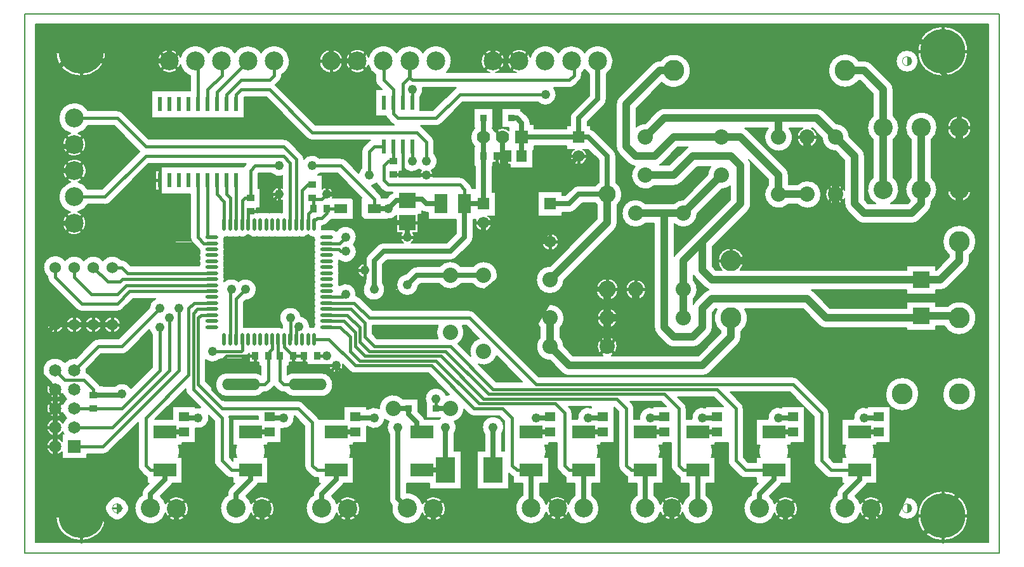
<source format=gbr>
%FSLAX23Y23*%
%MOIN*%
G04 EasyPC Gerber Version 16.0.6 Build 3249 *
%ADD16O,0.01800X0.06693*%
%ADD21R,0.01969X0.07500*%
%ADD83R,0.02200X0.07800*%
%ADD82R,0.03500X0.03500*%
%ADD18R,0.03800X0.04000*%
%ADD81R,0.05500X0.06000*%
%ADD70R,0.06500X0.10000*%
%ADD73R,0.10000X0.13500*%
%ADD79R,0.06200X0.06200*%
%ADD28R,0.06299X0.06299*%
%ADD85R,0.06500X0.06500*%
%ADD77R,0.07000X0.07000*%
%ADD10C,0.00100*%
%ADD11C,0.00500*%
%ADD88C,0.01000*%
%ADD12C,0.01500*%
%ADD87C,0.02500*%
%ADD86C,0.04000*%
%ADD14C,0.04800*%
%ADD22C,0.06000*%
%ADD80C,0.06200*%
%ADD29C,0.06299*%
%ADD84C,0.06500*%
%ADD78C,0.07000*%
%ADD25C,0.08000*%
%ADD27C,0.09000*%
%ADD74C,0.09843*%
%ADD23C,0.10000*%
%ADD24C,0.11000*%
%ADD26C,0.11000*%
%ADD13C,0.23622*%
%ADD15O,0.06693X0.01800*%
%ADD17O,0.20000X0.06000*%
%ADD19R,0.04000X0.03800*%
%ADD75R,0.05500X0.04600*%
%ADD20R,0.07000X0.05000*%
%ADD76R,0.12000X0.07000*%
%ADD71R,0.08661X0.07874*%
%ADD72R,0.09000X0.08500*%
X0Y0D02*
D02*
D10*
X488Y263D02*
G75*
G03Y213J-25D01*
G01*
G75*
G03Y263J25*
G01*
G36*
G75*
G03Y213J-25*
G01*
G75*
G03Y263J25*
G01*
G37*
X4638D02*
G75*
G03Y213J-25D01*
G01*
G75*
G03Y263J25*
G01*
G36*
G75*
G03Y213J-25*
G01*
G75*
G03Y263J25*
G01*
G37*
Y2613D02*
G75*
G03Y2563J-25D01*
G01*
G75*
G03Y2613J25*
G01*
G36*
G75*
G03Y2563J-25*
G01*
G75*
G03Y2613J25*
G01*
G37*
D02*
D11*
X327Y950D02*
G75*
G02X341Y941I-14J-38D01*
G01*
X391Y891*
G75*
G02X396Y884I-28J-28*
G01*
X415*
Y878*
X473*
G75*
G02X561Y868I40J-40*
G01*
X673Y980*
Y1148*
G75*
G02X657Y1176I40J40*
G01*
X541Y1060*
G75*
G02X513Y1048I-28J28*
G01*
X404*
X327Y971*
G75*
G02X327Y950I-65J-8*
G01*
G36*
G75*
G02X341Y941I-14J-38*
G01*
X391Y891*
G75*
G02X396Y884I-28J-28*
G01*
X415*
Y878*
X473*
G75*
G02X561Y868I40J-40*
G01*
X673Y980*
Y1148*
G75*
G02X657Y1176I40J40*
G01*
X541Y1060*
G75*
G02X513Y1048I-28J28*
G01*
X404*
X327Y971*
G75*
G02X327Y950I-65J-8*
G01*
G37*
X687Y705D02*
X778D01*
Y773*
X898*
Y767*
G75*
G02X926Y768I15J-54*
G01*
X859Y835*
G75*
G02X848Y863I28J28*
G01*
Y866*
X687Y705*
G36*
X778*
Y773*
X898*
Y767*
G75*
G02X926Y768I15J-54*
G01*
X859Y835*
G75*
G02X848Y863I28J28*
G01*
Y866*
X687Y705*
G37*
X953Y1019D02*
Y905D01*
X1054Y803*
X1438*
G75*
G02X1466Y791J-40*
G01*
X1541Y716*
G75*
G02X1549Y705I-28J-28*
G01*
X1678*
Y773*
X1798*
Y758*
X1804*
G75*
G02X1865Y762I34J-45*
G01*
G75*
G02X1990Y813I72J1*
G01*
X2068*
Y747*
X2095Y720*
G75*
G02X2104Y705I-32J-32*
G01*
X2176*
G75*
G02X2186Y713I37J-43*
G01*
G75*
G02X2185Y713I52J51*
G01*
X2113*
Y787*
G75*
G02X2106Y813I50J26*
G01*
G75*
G02X2216Y832I57*
G01*
G75*
G02X2234Y835I22J-69*
G01*
X2121Y948*
X1738*
G75*
G02X1709Y960J40*
G01*
X1673Y996*
G75*
G02X1674Y988I-36J-8*
G01*
G75*
G02X1602Y983I-37*
G01*
G75*
G02X1567Y985I-14J55*
G01*
X1486*
Y1005*
X1394*
Y985*
X1383*
Y940*
G75*
G02X1418Y950I35J-52*
G01*
X1558*
G75*
G02Y825J-63*
G01*
X1418*
G75*
G02X1370Y848J63*
G01*
X1363*
G75*
G02X1334Y860J40*
G01*
X1314Y880*
G75*
G02X1313Y881I28J28*
G01*
G75*
G02X1311Y880I-30J26*
G01*
X1291Y860*
G75*
G02X1263Y848I-28J28*
G01*
X1256*
G75*
G02X1208Y825I-48J40*
G01*
X1068*
G75*
G02Y950J63*
G01*
X1208*
G75*
G02X1243Y940J-63*
G01*
Y985*
X1231*
Y1005*
X1181*
Y1053*
G75*
G02X1173Y1042I-36J17*
G01*
X1166Y1035*
G75*
G02X1138Y1023I-28J28*
G01*
X1028*
G75*
G02X953Y1019I-40J40*
G01*
G36*
Y905*
X1054Y803*
X1438*
G75*
G02X1466Y791J-40*
G01*
X1541Y716*
G75*
G02X1549Y705I-28J-28*
G01*
X1678*
Y773*
X1798*
Y758*
X1804*
G75*
G02X1865Y762I34J-45*
G01*
G75*
G02X1990Y813I72J1*
G01*
X2068*
Y747*
X2095Y720*
G75*
G02X2104Y705I-32J-32*
G01*
X2176*
G75*
G02X2186Y713I37J-43*
G01*
G75*
G02X2185Y713I52J51*
G01*
X2113*
Y787*
G75*
G02X2106Y813I50J26*
G01*
G75*
G02X2216Y832I57*
G01*
G75*
G02X2234Y835I22J-69*
G01*
X2121Y948*
X1738*
G75*
G02X1709Y960J40*
G01*
X1673Y996*
G75*
G02X1674Y988I-36J-8*
G01*
G75*
G02X1602Y983I-37*
G01*
G75*
G02X1567Y985I-14J55*
G01*
X1486*
Y1005*
X1394*
Y985*
X1383*
Y940*
G75*
G02X1418Y950I35J-52*
G01*
X1558*
G75*
G02Y825J-63*
G01*
X1418*
G75*
G02X1370Y848J63*
G01*
X1363*
G75*
G02X1334Y860J40*
G01*
X1314Y880*
G75*
G02X1313Y881I28J28*
G01*
G75*
G02X1311Y880I-30J26*
G01*
X1291Y860*
G75*
G02X1263Y848I-28J28*
G01*
X1256*
G75*
G02X1208Y825I-48J40*
G01*
X1068*
G75*
G02Y950J63*
G01*
X1208*
G75*
G02X1243Y940J-63*
G01*
Y985*
X1231*
Y1005*
X1181*
Y1053*
G75*
G02X1173Y1042I-36J17*
G01*
X1166Y1035*
G75*
G02X1138Y1023I-28J28*
G01*
X1028*
G75*
G02X953Y1019I-40J40*
G01*
G37*
X1048Y1458D02*
G75*
G02X1049Y1429I-38J-16D01*
G01*
G75*
G02X1125Y1430I39J-41*
G01*
G75*
G02X1219Y1388I38J-42*
G01*
G75*
G02X1163Y1331I-57*
G01*
X1153Y1322*
Y1191*
G75*
G02X1161Y1188I-8J-41*
G01*
G75*
G02X1192I16J-38*
G01*
G75*
G02X1224I16J-38*
G01*
G75*
G02X1255I16J-38*
G01*
G75*
G02X1287I16J-38*
G01*
G75*
G02X1318I16J-38*
G01*
G75*
G02X1356Y1185I16J-38*
G01*
Y1200*
G75*
G02X1341Y1238I42J38*
G01*
G75*
G02X1453Y1248I57*
G01*
G75*
G02X1499Y1193I-11J-56*
G01*
G75*
G02X1499Y1191I-56J0*
G01*
G75*
G02X1507Y1188I-8J-41*
G01*
G75*
G02X1522Y1191I16J-38*
G01*
G75*
G02X1525Y1206I41J-1*
G01*
G75*
G02Y1238I38J16*
G01*
G75*
G02Y1269I38J16*
G01*
G75*
G02Y1301I38J16*
G01*
G75*
G02Y1332I38J16*
G01*
G75*
G02Y1364I38J16*
G01*
G75*
G02Y1395I38J16*
G01*
G75*
G02Y1427I38J16*
G01*
G75*
G02Y1458I38J16*
G01*
G75*
G02Y1490I38J16*
G01*
G75*
G02Y1521I38J16*
G01*
G75*
G02Y1553I38J16*
G01*
G75*
G02Y1584I38J16*
G01*
G75*
G02Y1616I38J16*
G01*
G75*
G02Y1647I38J16*
G01*
G75*
G02X1522Y1662I38J16*
G01*
G75*
G02X1491Y1676I1J41*
G01*
G75*
G02X1444Y1665I-31J27*
G01*
G75*
G02X1413I-16J38*
G01*
G75*
G02X1381I-16J38*
G01*
G75*
G02X1350I-16J38*
G01*
G75*
G02X1318I-16J38*
G01*
G75*
G02X1287I-16J38*
G01*
G75*
G02X1255I-16J38*
G01*
G75*
G02X1224I-16J38*
G01*
G75*
G02X1176Y1676I-16J38*
G01*
G75*
G02X1129Y1665I-31J27*
G01*
G75*
G02X1098I-16J38*
G01*
G75*
G02X1066I-16J38*
G01*
G75*
G02X1051Y1662I-16J38*
G01*
G75*
G02X1048Y1647I-41J1*
G01*
G75*
G02Y1616I-38J-16*
G01*
G75*
G02Y1584I-38J-16*
G01*
G75*
G02Y1553I-38J-16*
G01*
G75*
G02Y1521I-38J-16*
G01*
G75*
G02Y1490I-38J-16*
G01*
G75*
G02Y1458I-38J-16*
G01*
G36*
G75*
G02X1049Y1429I-38J-16*
G01*
G75*
G02X1125Y1430I39J-41*
G01*
G75*
G02X1219Y1388I38J-42*
G01*
G75*
G02X1163Y1331I-57*
G01*
X1153Y1322*
Y1191*
G75*
G02X1161Y1188I-8J-41*
G01*
G75*
G02X1192I16J-38*
G01*
G75*
G02X1224I16J-38*
G01*
G75*
G02X1255I16J-38*
G01*
G75*
G02X1287I16J-38*
G01*
G75*
G02X1318I16J-38*
G01*
G75*
G02X1356Y1185I16J-38*
G01*
Y1200*
G75*
G02X1341Y1238I42J38*
G01*
G75*
G02X1453Y1248I57*
G01*
G75*
G02X1499Y1193I-11J-56*
G01*
G75*
G02X1499Y1191I-56J0*
G01*
G75*
G02X1507Y1188I-8J-41*
G01*
G75*
G02X1522Y1191I16J-38*
G01*
G75*
G02X1525Y1206I41J-1*
G01*
G75*
G02Y1238I38J16*
G01*
G75*
G02Y1269I38J16*
G01*
G75*
G02Y1301I38J16*
G01*
G75*
G02Y1332I38J16*
G01*
G75*
G02Y1364I38J16*
G01*
G75*
G02Y1395I38J16*
G01*
G75*
G02Y1427I38J16*
G01*
G75*
G02Y1458I38J16*
G01*
G75*
G02Y1490I38J16*
G01*
G75*
G02Y1521I38J16*
G01*
G75*
G02Y1553I38J16*
G01*
G75*
G02Y1584I38J16*
G01*
G75*
G02Y1616I38J16*
G01*
G75*
G02Y1647I38J16*
G01*
G75*
G02X1522Y1662I38J16*
G01*
G75*
G02X1491Y1676I1J41*
G01*
G75*
G02X1444Y1665I-31J27*
G01*
G75*
G02X1413I-16J38*
G01*
G75*
G02X1381I-16J38*
G01*
G75*
G02X1350I-16J38*
G01*
G75*
G02X1318I-16J38*
G01*
G75*
G02X1287I-16J38*
G01*
G75*
G02X1255I-16J38*
G01*
G75*
G02X1224I-16J38*
G01*
G75*
G02X1176Y1676I-16J38*
G01*
G75*
G02X1129Y1665I-31J27*
G01*
G75*
G02X1098I-16J38*
G01*
G75*
G02X1066I-16J38*
G01*
G75*
G02X1051Y1662I-16J38*
G01*
G75*
G02X1048Y1647I-41J1*
G01*
G75*
G02Y1616I-38J-16*
G01*
G75*
G02Y1584I-38J-16*
G01*
G75*
G02Y1553I-38J-16*
G01*
G75*
G02Y1521I-38J-16*
G01*
G75*
G02Y1490I-38J-16*
G01*
G75*
G02Y1458I-38J-16*
G01*
G37*
X1076Y723D02*
G75*
G02X1078Y713I-39J-10D01*
G01*
Y505*
X1095Y487*
Y505*
X1115*
G75*
G02Y570I73J33*
G01*
X1095*
Y705*
X1228*
Y723*
X1076*
G36*
G75*
G02X1078Y713I-39J-10*
G01*
Y505*
X1095Y487*
Y505*
X1115*
G75*
G02Y570I73J33*
G01*
X1095*
Y705*
X1228*
Y723*
X1076*
G37*
X1220Y1792D02*
G75*
G02X1224Y1791I-12J-40D01*
G01*
G75*
G02X1255I16J-38*
G01*
G75*
G02X1287I16J-38*
G01*
G75*
G02X1318I16J-38*
G01*
G75*
G02X1350I16J-38*
G01*
G75*
G02X1357Y1793I16J-38*
G01*
Y1857*
G75*
G02X1301Y1888I-19J31*
G01*
G75*
G02X1357Y1919I37*
G01*
Y1985*
G75*
G02X1298Y1998I-19J53*
G01*
X1229*
X1228Y1996*
Y1919*
X1240*
Y1816*
X1220*
Y1792*
G36*
G75*
G02X1224Y1791I-12J-40*
G01*
G75*
G02X1255I16J-38*
G01*
G75*
G02X1287I16J-38*
G01*
G75*
G02X1318I16J-38*
G01*
G75*
G02X1350I16J-38*
G01*
G75*
G02X1357Y1793I16J-38*
G01*
Y1857*
G75*
G02X1301Y1888I-19J31*
G01*
G75*
G02X1357Y1919I37*
G01*
Y1985*
G75*
G02X1298Y1998I-19J53*
G01*
X1229*
X1228Y1996*
Y1919*
X1240*
Y1816*
X1220*
Y1792*
G37*
X1825Y1933D02*
X1866Y1891D01*
G75*
G02X1877Y1870I-28J-28*
G01*
X1905*
Y1869*
X1924Y1888*
G75*
G02X1937Y1897I32J-32*
G01*
Y1898*
X1913*
G75*
G02X1884Y1910J40*
G01*
X1859Y1935*
G75*
G02X1851Y1947I28J28*
G01*
G75*
G02X1825Y1933I-39J41*
G01*
G36*
X1866Y1891*
G75*
G02X1877Y1870I-28J-28*
G01*
X1905*
Y1869*
X1924Y1888*
G75*
G02X1937Y1897I32J-32*
G01*
Y1898*
X1913*
G75*
G02X1884Y1910J40*
G01*
X1859Y1935*
G75*
G02X1851Y1947I28J28*
G01*
G75*
G02X1825Y1933I-39J41*
G01*
G37*
X1828Y1198D02*
Y1155D01*
X1854Y1128*
X2174*
G75*
G02Y1198I63J35*
G01*
X1828*
G36*
Y1155*
X1854Y1128*
X2174*
G75*
G02Y1198I63J35*
G01*
X1828*
G37*
X1970Y1978D02*
X2078D01*
G75*
G02X2086Y2013I35J10*
G01*
G75*
G02X2075Y2021I27J50*
G01*
G75*
G02X1990Y2032I-38J42*
G01*
Y2011*
X1970*
Y1978*
G36*
X2078*
G75*
G02X2086Y2013I35J10*
G01*
G75*
G02X2075Y2021I27J50*
G01*
G75*
G02X1990Y2032I-38J42*
G01*
Y2011*
X1970*
Y1978*
G37*
X2034Y1633D02*
X2219D01*
X2268Y1682*
Y1755*
X2123*
Y1793*
X2113*
G75*
G02X2089Y1800I0J45*
G01*
Y1784*
X2069*
Y1686*
X2041*
G75*
G02X2034Y1633I-28J-23*
G01*
G36*
X2219*
X2268Y1682*
Y1755*
X2123*
Y1793*
X2113*
G75*
G02X2089Y1800I0J45*
G01*
Y1784*
X2069*
Y1686*
X2041*
G75*
G02X2034Y1633I-28J-23*
G01*
G37*
X2080Y2328D02*
X2146D01*
X2259Y2441*
G75*
G02X2268Y2448I28J-28*
G01*
X2093*
G75*
G02X2080Y2401I-56J-10*
G01*
Y2328*
G36*
X2146*
X2259Y2441*
G75*
G02X2268Y2448I28J-28*
G01*
X2093*
G75*
G02X2080Y2401I-56J-10*
G01*
Y2328*
G37*
X2082Y2248D02*
G75*
G02X2091Y2241I-19J-35D01*
G01*
X2141Y2191*
G75*
G02X2153Y2163I-28J-28*
G01*
Y2103*
G75*
G02X2139Y2013I-40J-40*
G01*
G75*
G02X2148Y1978I-27J-25*
G01*
X2288*
G75*
G02X2316Y1966J-40*
G01*
X2341Y1941*
G75*
G02X2352Y1920I-28J-28*
G01*
X2368*
Y2035*
X2361*
Y2140*
X2365*
G75*
G02X2367Y2238I48J48*
G01*
X2363*
Y2338*
X2463*
Y2238*
X2458*
G75*
G02X2474Y2216I-45J-50*
G01*
G75*
G02X2545Y2223I39J-28*
G01*
Y2238*
X2508*
Y2338*
X2608*
Y2328*
G75*
G02X2620Y2320I-20J-40*
G01*
X2645Y2295*
G75*
G02X2658Y2263I-32J-32*
G01*
Y2255*
X2680*
Y2233*
X2849*
Y2251*
X2868*
Y2288*
G75*
G02X2881Y2320I45*
G01*
X2968Y2407*
Y2520*
G75*
G02X2944Y2544I45J68*
G01*
G75*
G02X2928Y2526I-69J44*
G01*
Y2513*
G75*
G02X2916Y2485I-40*
G01*
X2891Y2460*
G75*
G02X2863Y2448I-28J28*
G01*
X2782*
G75*
G02X2698Y2373I-44J-35*
G01*
X2304*
X2191Y2260*
G75*
G02X2163Y2248I-28J28*
G01*
X2082*
G36*
G75*
G02X2091Y2241I-19J-35*
G01*
X2141Y2191*
G75*
G02X2153Y2163I-28J-28*
G01*
Y2103*
G75*
G02X2139Y2013I-40J-40*
G01*
G75*
G02X2148Y1978I-27J-25*
G01*
X2288*
G75*
G02X2316Y1966J-40*
G01*
X2341Y1941*
G75*
G02X2352Y1920I-28J-28*
G01*
X2368*
Y2035*
X2361*
Y2140*
X2365*
G75*
G02X2367Y2238I48J48*
G01*
X2363*
Y2338*
X2463*
Y2238*
X2458*
G75*
G02X2474Y2216I-45J-50*
G01*
G75*
G02X2545Y2223I39J-28*
G01*
Y2238*
X2508*
Y2338*
X2608*
Y2328*
G75*
G02X2620Y2320I-20J-40*
G01*
X2645Y2295*
G75*
G02X2658Y2263I-32J-32*
G01*
Y2255*
X2680*
Y2233*
X2849*
Y2251*
X2868*
Y2288*
G75*
G02X2881Y2320I45*
G01*
X2968Y2407*
Y2520*
G75*
G02X2944Y2544I45J68*
G01*
G75*
G02X2928Y2526I-69J44*
G01*
Y2513*
G75*
G02X2916Y2485I-40*
G01*
X2891Y2460*
G75*
G02X2863Y2448I-28J28*
G01*
X2782*
G75*
G02X2698Y2373I-44J-35*
G01*
X2304*
X2191Y2260*
G75*
G02X2163Y2248I-28J28*
G01*
X2082*
G37*
X2279Y1103D02*
X2345Y1037D01*
G75*
G02X2388Y1131I68J26*
G01*
X2321Y1198*
X2301*
G75*
G02X2279Y1103I-63J-35*
G01*
G36*
X2345Y1037*
G75*
G02X2388Y1131I68J26*
G01*
X2321Y1198*
X2301*
G75*
G02X2279Y1103I-63J-35*
G01*
G37*
X2387Y995D02*
X2479Y903D01*
X2616*
X2481Y1038*
G75*
G02X2387Y995I-68J25*
G01*
G36*
X2479Y903*
X2616*
X2481Y1038*
G75*
G02X2387Y995I-68J25*
G01*
G37*
X2708Y306D02*
G75*
G02X2742Y258I-45J-68D01*
G01*
G75*
G02X2859I58J-20*
G01*
G75*
G02X2891Y305I79J-20*
G01*
Y370*
X2845*
Y402*
G75*
G02X2834Y410I18J36*
G01*
X2809Y435*
G75*
G02X2798Y463I28J28*
G01*
Y582*
X2755*
Y570*
X2735*
G75*
G02Y505I-73J-33*
G01*
X2755*
Y370*
X2708*
Y306*
G36*
G75*
G02X2742Y258I-45J-68*
G01*
G75*
G02X2859I58J-20*
G01*
G75*
G02X2891Y305I79J-20*
G01*
Y370*
X2845*
Y402*
G75*
G02X2834Y410I18J36*
G01*
X2809Y435*
G75*
G02X2798Y463I28J28*
G01*
Y582*
X2755*
Y570*
X2735*
G75*
G02Y505I-73J-33*
G01*
X2755*
Y370*
X2708*
Y306*
G37*
X2859Y773D02*
X2866Y766D01*
G75*
G02X2878Y738I-28J-28*
G01*
Y705*
X2907*
G75*
G02X2978Y767I56J8*
G01*
Y773*
X2859*
G36*
X2866Y766*
G75*
G02X2878Y738I-28J-28*
G01*
Y705*
X2907*
G75*
G02X2978Y767I56J8*
G01*
Y773*
X2859*
G37*
X3184Y798D02*
X3191Y791D01*
G75*
G02X3203Y763I-28J-28*
G01*
Y705*
X3232*
G75*
G02X3303Y767I56J8*
G01*
Y773*
X3371*
X3346Y798*
X3184*
G36*
X3191Y791*
G75*
G02X3203Y763I-28J-28*
G01*
Y705*
X3232*
G75*
G02X3303Y767I56J8*
G01*
Y773*
X3371*
X3346Y798*
X3184*
G37*
X3308Y306D02*
G75*
G02X3342Y258I-45J-68D01*
G01*
G75*
G02X3459I58J-20*
G01*
G75*
G02X3491Y305I79J-20*
G01*
Y370*
X3445*
Y402*
G75*
G02X3434Y410I18J36*
G01*
X3409Y435*
G75*
G02X3398Y463I28J28*
G01*
Y582*
X3355*
Y570*
X3335*
G75*
G02Y505I-73J-33*
G01*
X3355*
Y370*
X3308*
Y306*
G36*
G75*
G02X3342Y258I-45J-68*
G01*
G75*
G02X3459I58J-20*
G01*
G75*
G02X3491Y305I79J-20*
G01*
Y370*
X3445*
Y402*
G75*
G02X3434Y410I18J36*
G01*
X3409Y435*
G75*
G02X3398Y463I28J28*
G01*
Y582*
X3355*
Y570*
X3335*
G75*
G02Y505I-73J-33*
G01*
X3355*
Y370*
X3308*
Y306*
G37*
X3338Y2042D02*
X3390D01*
X3475Y2126*
G75*
G02X3487Y2135I38J-38*
G01*
X3434*
X3350Y2051*
G75*
G02X3338Y2042I-37J37*
G01*
G36*
X3390*
X3475Y2126*
G75*
G02X3487Y2135I38J-38*
G01*
X3434*
X3350Y2051*
G75*
G02X3338Y2042I-37J37*
G01*
G37*
X3415Y1564D02*
G75*
G02X3425Y1576I48J-26D01*
G01*
X3709Y1860*
Y1932*
G75*
G02X3665Y1915I-46J56*
G01*
X3535Y1786*
G75*
G02X3415Y1733I-72J2*
G01*
Y1564*
G36*
G75*
G02X3425Y1576I48J-26*
G01*
X3709Y1860*
Y1932*
G75*
G02X3665Y1915I-46J56*
G01*
X3535Y1786*
G75*
G02X3415Y1733I-72J2*
G01*
Y1564*
G37*
X3434Y823D02*
X3466Y791D01*
G75*
G02X3478Y763I-28J-28*
G01*
Y705*
X3507*
G75*
G02X3578Y767I56J8*
G01*
Y773*
X3671*
X3621Y823*
X3434*
G36*
X3466Y791*
G75*
G02X3478Y763I-28J-28*
G01*
Y705*
X3507*
G75*
G02X3578Y767I56J8*
G01*
Y773*
X3671*
X3621Y823*
X3434*
G37*
X3515Y1310D02*
G75*
G02X3526Y1325I47J-22D01*
G01*
X3576Y1375*
G75*
G02X3597Y1388I37J-37*
G01*
G75*
G02X3576Y1401I16J50*
G01*
X3526Y1451*
G75*
G02X3517Y1462I37J37*
G01*
Y1436*
G75*
G02X3515Y1338I-54J-48*
G01*
Y1310*
G36*
G75*
G02X3526Y1325I47J-22*
G01*
X3576Y1375*
G75*
G02X3597Y1388I37J-37*
G01*
G75*
G02X3576Y1401I16J50*
G01*
X3526Y1451*
G75*
G02X3517Y1462I37J37*
G01*
Y1436*
G75*
G02X3515Y1338I-54J-48*
G01*
Y1310*
G37*
X3709Y848D02*
X3766Y791D01*
G75*
G02X3778Y763I-28J-28*
G01*
Y505*
X3804Y478*
X3845*
Y505*
X3865*
G75*
G02Y570I73J33*
G01*
X3845*
Y705*
X3907*
G75*
G02X3978Y767I56J8*
G01*
Y773*
X4096*
X4021Y848*
X3709*
G36*
X3766Y791*
G75*
G02X3778Y763I-28J-28*
G01*
Y505*
X3804Y478*
X3845*
Y505*
X3865*
G75*
G02Y570I73J33*
G01*
X3845*
Y705*
X3907*
G75*
G02X3978Y767I56J8*
G01*
Y773*
X4096*
X4021Y848*
X3709*
G37*
X5066Y2782D02*
X58D01*
Y58*
X5066*
Y2782*
X120Y1203D02*
G75*
G02X205I43D01*
G01*
G75*
G02X120I-43*
G01*
X123Y1455D02*
G75*
G02X100Y1503I40J48D01*
G01*
G75*
G02X213Y1540I63*
G01*
G75*
G02X313I50J-38*
G01*
G75*
G02X413I50J-38*
G01*
G75*
G02X511Y1543I50J-38*
G01*
X513*
G75*
G02X541Y1531J-40*
G01*
X558Y1514*
X920*
G75*
G02X923Y1521I41J-8*
G01*
G75*
G02Y1553I38J16*
G01*
G75*
G02Y1584I38J16*
G01*
G75*
G02X919Y1600I38J16*
G01*
G75*
G02X916Y1603I25J31*
G01*
X884Y1635*
G75*
G02X873Y1663I28J28*
G01*
Y1891*
X719*
Y1911*
X689*
Y2014*
X719*
Y2034*
X1154*
G75*
G02X1159Y2041I34J-22*
G01*
X1166Y2048*
X654*
X453Y1846*
G75*
G02X424Y1835I-28J28*
G01*
X334*
G75*
G02X282Y1795I-71J40*
G01*
G75*
G02X263Y1675I-20J-58*
G01*
G75*
G02X243Y1795J62*
G01*
G75*
G02Y1954I20J79*
G01*
G75*
G02X263Y2074I20J58*
G01*
G75*
G02X282Y1954J-62*
G01*
G75*
G02X334Y1915I-20J-79*
G01*
X408*
X606Y2113*
X471Y2248*
X334*
G75*
G02X282Y2209I-71J40*
G01*
G75*
G02X263Y2088I-20J-58*
G01*
G75*
G02X243Y2209J62*
G01*
G75*
G02X263Y2370I20J79*
G01*
G75*
G02X334Y2328J-82*
G01*
X488*
G75*
G02X516Y2316J-40*
G01*
X654Y2178*
X1363*
G75*
G02X1391Y2166J-40*
G01*
X1457Y2101*
G75*
G02X1468Y2073I-28J-28*
G01*
G75*
G02X1553Y2078I44J-35*
G01*
X1663*
G75*
G02X1691Y2066J-40*
G01*
X1757Y2000*
G75*
G02X1773Y2028I55J-12*
G01*
Y2113*
G75*
G02X1784Y2141I40*
G01*
X1809Y2166*
G75*
G02X1818Y2173I28J-28*
G01*
X1513*
G75*
G02X1484Y2185J40*
G01*
X1271Y2398*
X1156*
Y2291*
X669*
Y2434*
X873*
Y2511*
G75*
G02X820Y2568I27J77*
G01*
G75*
G02X700Y2588I-58J20*
G01*
G75*
G02X820Y2608I62*
G01*
G75*
G02X968Y2632I79J-20*
G01*
G75*
G02X1106I69J-44*
G01*
G75*
G02X1244I69J-44*
G01*
G75*
G02X1394Y2588I69J-44*
G01*
G75*
G02X1353Y2517I-82*
G01*
Y2513*
G75*
G02X1341Y2485I-40*
G01*
X1319Y2463*
X1529Y2253*
X1943*
G75*
G02X1934Y2260I19J35*
G01*
X1909Y2285*
G75*
G02X1901Y2298I28J28*
G01*
X1845*
Y2438*
X1879*
X1858Y2459*
G75*
G02X1846Y2488I29J29*
G01*
Y2517*
G75*
G02X1808Y2568I41J71*
G01*
G75*
G02X1688Y2588I-58J20*
G01*
G75*
G02X1808Y2608I62*
G01*
G75*
G02X1956Y2632I79J-20*
G01*
G75*
G02X2094I69J-44*
G01*
G75*
G02X2244Y2588I69J-44*
G01*
G75*
G02X2218Y2528I-82J0*
G01*
X2447*
G75*
G02X2400Y2588I14J60*
G01*
G75*
G02X2523I62*
G01*
G75*
G02X2476Y2528I-62*
G01*
X2585*
G75*
G02X2538Y2588I14J60*
G01*
G75*
G02X2658Y2608I62*
G01*
G75*
G02X2806Y2632I79J-20*
G01*
G75*
G02X2944I69J-44*
G01*
G75*
G02X3094Y2588I69J-44*
G01*
G75*
G02X3058Y2520I-82*
G01*
Y2388*
G75*
G02X3045Y2356I-45*
G01*
X2958Y2269*
Y2251*
X2976*
Y2231*
G75*
G02X2995Y2220I-14J-43*
G01*
X3095Y2120*
G75*
G02X3108Y2088I-32J-32*
G01*
Y1951*
G75*
G02X3115Y1831I-45J-63*
G01*
Y1738*
G75*
G02X3100Y1701I-53*
G01*
X2835Y1436*
G75*
G02X2763Y1365I-72J2*
G01*
G75*
G02X2761Y1510J73*
G01*
X3010Y1760*
Y1831*
G75*
G02X3000Y1843I52J57*
G01*
X2931*
X2895Y1806*
G75*
G02X2863Y1793I-32J32*
G01*
X2827*
Y1774*
X2699*
Y1902*
X2827*
Y1883*
X2844*
X2881Y1920*
G75*
G02X2913Y1933I32J-32*
G01*
X3000*
G75*
G02X3018Y1951I63J-45*
G01*
Y2069*
X2963Y2124*
X2936*
G75*
G02X2913Y2044I-24J-37*
G01*
G75*
G02X2889Y2124J44*
G01*
X2849*
Y2143*
X2680*
Y2120*
X2673*
Y2025*
X2553*
Y2045*
X2491*
Y2055*
X2464*
Y2035*
X2458*
Y1901*
X2476*
Y1774*
X2436*
G75*
G02X2413Y1694I-24J-37*
G01*
G75*
G02X2373Y1755J44*
G01*
X2358*
Y1663*
G75*
G02X2345Y1631I-45*
G01*
X2270Y1556*
G75*
G02X2238Y1543I-32J32*
G01*
X1906*
X1883Y1519*
Y1422*
G75*
G02X1894Y1388I-45J-34*
G01*
G75*
G02X1781I-57*
G01*
G75*
G02X1793Y1422I57*
G01*
Y1452*
G75*
G02X1751Y1488I-5J36*
G01*
G75*
G02X1793Y1524I37*
G01*
Y1538*
G75*
G02X1806Y1570I45*
G01*
X1856Y1620*
G75*
G02X1888Y1633I32J-32*
G01*
X1992*
G75*
G02X1985Y1686I21J30*
G01*
X1957*
Y1778*
G75*
G02X1905Y1757I-44J35*
G01*
Y1755*
X1770*
Y1870*
X1774*
X1646Y1998*
X1553*
G75*
G02X1542Y1989I-40J40*
G01*
X1565*
Y1917*
G75*
G02X1620Y1870I23J-29*
G01*
X1730*
Y1755*
X1612*
X1591Y1735*
G75*
G02X1564Y1723I-28J28*
G01*
Y1704*
X1612*
G75*
G02X1640Y1694J-41*
G01*
G75*
G02X1744Y1663I48J-31*
G01*
G75*
G02X1730Y1625I-57J0*
G01*
G75*
G02X1653Y1543I-42J-38*
G01*
G75*
G02X1651Y1521I-41J-6*
G01*
G75*
G02Y1490I-38J-16*
G01*
G75*
G02Y1458I-38J-16*
G01*
G75*
G02Y1427I-38J-16*
G01*
G75*
G02X1654Y1408I-38J-16*
G01*
G75*
G02X1744Y1363I34J-45*
G01*
G75*
G02X1744Y1355I-56J0*
G01*
G75*
G02X1762Y1345I-10J-39*
G01*
X1829Y1278*
X2338*
G75*
G02X2366Y1266J-40*
G01*
X2704Y928*
X4038*
G75*
G02X4066Y916J-40*
G01*
X4216Y766*
G75*
G02X4228Y738I-28J-28*
G01*
Y505*
X4254Y478*
X4295*
Y505*
X4315*
G75*
G02Y570I73J33*
G01*
X4295*
Y705*
X4357*
G75*
G02X4428Y767I56J8*
G01*
Y773*
X4548*
Y582*
X4480*
Y570*
X4460*
G75*
G02Y505I-73J-33*
G01*
X4480*
Y370*
X4429*
G75*
G02X4420Y356I-41J18*
G01*
X4365Y302*
G75*
G02X4392Y260I-52J-64*
G01*
G75*
G02X4513Y236I58J-24*
G01*
G75*
G02X4392Y214I-63*
G01*
G75*
G02X4230Y238I-79J24*
G01*
G75*
G02X4268Y307I83*
G01*
Y313*
G75*
G02X4281Y345I45*
G01*
X4307Y370*
X4295*
Y398*
X4238*
G75*
G02X4209Y410J40*
G01*
X4159Y460*
G75*
G02X4148Y488I28J28*
G01*
Y721*
X4098Y771*
Y582*
X4030*
Y570*
X4010*
G75*
G02Y505I-73J-33*
G01*
X4030*
Y370*
X3979*
G75*
G02X3970Y356I-41J18*
G01*
X3915Y302*
G75*
G02X3942Y260I-52J-64*
G01*
G75*
G02X4063Y236I58J-24*
G01*
G75*
G02X3942Y214I-63*
G01*
G75*
G02X3780Y238I-79J24*
G01*
G75*
G02X3818Y307I83*
G01*
Y313*
G75*
G02X3831Y345I45*
G01*
X3857Y370*
X3845*
Y398*
X3788*
G75*
G02X3759Y410J40*
G01*
X3709Y460*
G75*
G02X3698Y488I28J28*
G01*
Y582*
X3630*
Y570*
X3610*
G75*
G02Y505I-73J-33*
G01*
X3630*
Y370*
X3584*
Y305*
G75*
G02X3620Y238I-46J-68*
G01*
G75*
G02X3459Y218I-82*
G01*
G75*
G02X3342I-58J20*
G01*
G75*
G02X3181Y238I-79J20*
G01*
G75*
G02X3218Y306I82*
G01*
Y370*
X3170*
Y402*
G75*
G02X3159Y410I18J36*
G01*
X3134Y435*
G75*
G02X3123Y463I28J28*
G01*
Y746*
X3098Y771*
Y582*
X3030*
Y570*
X3010*
G75*
G02Y505I-73J-33*
G01*
X3030*
Y370*
X2984*
Y305*
G75*
G02X3020Y238I-46J-68*
G01*
G75*
G02X2859Y218I-82*
G01*
G75*
G02X2742I-58J20*
G01*
G75*
G02X2581Y238I-79J20*
G01*
G75*
G02X2618Y306I82*
G01*
Y370*
X2570*
Y402*
G75*
G02X2559Y410I18J36*
G01*
X2545Y424*
Y338*
X2380*
Y538*
X2418*
Y629*
G75*
G02X2406Y663I45J34*
G01*
G75*
G02X2519I57*
G01*
G75*
G02X2508Y629I-57*
G01*
Y538*
X2523*
Y696*
X2496Y723*
X2363*
G75*
G02X2334Y735J40*
G01*
X2310Y759*
G75*
G02X2260Y694I-72J4*
G01*
G75*
G02X2258Y629I-47J-31*
G01*
Y538*
X2295*
Y338*
X2130*
Y370*
X2008*
Y320*
G75*
G02X2092Y260I5J-82*
G01*
G75*
G02X2213Y236I58J-24*
G01*
G75*
G02X2092Y214I-63*
G01*
G75*
G02X1932Y255I-79J24*
G01*
X1931Y256*
G75*
G02X1918Y288I32J32*
G01*
Y629*
G75*
G02X1915Y694I45J34*
G01*
G75*
G02X1894Y705I22J69*
G01*
G75*
G02X1804Y668I-56J8*
G01*
X1798*
Y582*
X1730*
Y570*
X1710*
G75*
G02Y505I-73J-33*
G01*
X1730*
Y370*
X1679*
G75*
G02X1670Y356I-41J18*
G01*
X1615Y302*
G75*
G02X1642Y260I-52J-64*
G01*
G75*
G02X1763Y236I58J-24*
G01*
G75*
G02X1642Y214I-63*
G01*
G75*
G02X1480Y238I-79J24*
G01*
G75*
G02X1518Y307I83*
G01*
Y313*
G75*
G02X1531Y345I45*
G01*
X1557Y370*
X1545*
Y398*
X1538*
G75*
G02X1509Y410J40*
G01*
X1484Y435*
G75*
G02X1473Y463I28J28*
G01*
Y671*
X1421Y723*
X1418*
G75*
G02X1348Y658I-56J-10*
G01*
Y582*
X1280*
Y570*
X1260*
G75*
G02Y505I-73J-33*
G01*
X1280*
Y370*
X1229*
G75*
G02X1220Y356I-41J18*
G01*
X1165Y302*
G75*
G02X1192Y260I-52J-64*
G01*
G75*
G02X1313Y236I58J-24*
G01*
G75*
G02X1192Y214I-63*
G01*
G75*
G02X1030Y238I-79J24*
G01*
G75*
G02X1068Y307I83*
G01*
Y313*
G75*
G02X1081Y345I45*
G01*
X1107Y370*
X1095*
Y398*
X1088*
G75*
G02X1059Y410J40*
G01*
X1009Y460*
G75*
G02X998Y488I28J28*
G01*
Y696*
X968Y727*
G75*
G02X898Y658I-55J-14*
G01*
Y582*
X830*
Y570*
X810*
G75*
G02Y505I-73J-33*
G01*
X830*
Y370*
X779*
G75*
G02X770Y356I-41J18*
G01*
X715Y302*
G75*
G02X742Y260I-52J-64*
G01*
G75*
G02X863Y236I58J-24*
G01*
G75*
G02X742Y214I-63*
G01*
G75*
G02X580Y238I-79J24*
G01*
G75*
G02X618Y307I83*
G01*
Y313*
G75*
G02X631Y345I45*
G01*
X657Y370*
X645*
Y402*
G75*
G02X634Y410I18J36*
G01*
X609Y435*
G75*
G02X598Y463I28J28*
G01*
Y691*
X441Y535*
G75*
G02X413Y523I-28J28*
G01*
X328*
Y498*
X198*
Y535*
G75*
G02X163Y518I-35J28*
G01*
G75*
G02Y608J45*
G01*
G75*
G02X198Y591J-45*
G01*
Y628*
X208*
G75*
G02X202Y640I55J35*
G01*
G75*
G02X163Y618I-39J22*
G01*
G75*
G02Y708J45*
G01*
G75*
G02X202Y685J-45*
G01*
G75*
G02X221Y713I61J-22*
G01*
G75*
G02X202Y740I42J50*
G01*
G75*
G02X163Y718I-39J22*
G01*
G75*
G02Y808J45*
G01*
G75*
G02X202Y785J-45*
G01*
G75*
G02X221Y813I61J-22*
G01*
G75*
G02X202Y840I42J50*
G01*
G75*
G02X163Y818I-39J22*
G01*
G75*
G02X140Y902J45*
G01*
G75*
G02X163Y1028I22J61*
G01*
G75*
G02X213Y1004I0J-65*
G01*
G75*
G02X263Y1028I50J-42*
G01*
G75*
G02X271Y1027I0J-65*
G01*
X359Y1116*
G75*
G02X388Y1128I28J-28*
G01*
X496*
X656Y1288*
G75*
G02X690Y1339I57J0*
G01*
X571*
X516Y1285*
G75*
G02X488Y1273I-28J28*
G01*
X303*
G75*
G02X274Y1285J40*
G01*
X134Y1425*
G75*
G02X123Y1453I28J28*
G01*
Y1455*
X167Y199D02*
G75*
G02X428I131D01*
G01*
G75*
G02X167I-131*
G01*
Y2640D02*
G75*
G02X428I131D01*
G01*
G75*
G02X167I-131*
G01*
X220Y1203D02*
G75*
G02X305I43D01*
G01*
G75*
G02X220I-43*
G01*
X320D02*
G75*
G02X405I43D01*
G01*
G75*
G02X320I-43*
G01*
X420D02*
G75*
G02X505I43D01*
G01*
G75*
G02X420I-43*
G01*
X436Y212D02*
G75*
G02Y264I27J26D01*
G01*
G75*
G02X461Y290I52J-26*
G01*
G75*
G02X514I26J-27*
G01*
G75*
G02X539Y264I-26J-52*
G01*
G75*
G02Y212I-27J-26*
G01*
G75*
G02X514Y186I-52J26*
G01*
G75*
G02X461I-26J27*
G01*
G75*
G02X436Y212I26J52*
G01*
X1673Y2588D02*
G75*
G02X1550I-62D01*
G01*
G75*
G02X1673I62*
G01*
X2005Y1469D02*
X2031Y1495D01*
G75*
G02X2063Y1508I32J-32*
G01*
X2181*
G75*
G02X2295I57J-45*
G01*
X2356*
G75*
G02X2413Y1535I57J-45*
G01*
G75*
G02Y1390J-73*
G01*
G75*
G02X2356Y1418J73*
G01*
X2295*
G75*
G02X2181I-57J45*
G01*
X2081*
X2069Y1405*
G75*
G02X1956Y1413I-56J8*
G01*
G75*
G02X2005Y1469I57*
G01*
X2710Y1138D02*
Y1188D01*
G75*
G02X2763Y1310I53J50*
G01*
G75*
G02X2815Y1188J-73*
G01*
Y1138*
G75*
G02X2835Y1090I-53J-50*
G01*
X2884Y1040*
X3040*
G75*
G02X3010Y1088I22J48*
G01*
G75*
G02X3115I53*
G01*
G75*
G02X3085Y1040I-53*
G01*
X3541*
X3660Y1160*
Y1168*
G75*
G02X3639Y1285I53J70*
G01*
X3634*
X3615Y1266*
Y1188*
G75*
G02X3600Y1151I-53*
G01*
X3550Y1101*
G75*
G02X3513Y1085I-37J37*
G01*
X3413*
G75*
G02X3376Y1101J53*
G01*
X3326Y1151*
G75*
G02X3310Y1188I37J37*
G01*
Y1735*
X3263*
G75*
G02X3213Y1715I-50J53*
G01*
G75*
G02Y1860J73*
G01*
G75*
G02X3263Y1840J-73*
G01*
X3413*
G75*
G02X3461Y1860I50J-53*
G01*
X3590Y1990*
G75*
G02X3607Y2034I72J-2*
G01*
X3535*
X3451Y1950*
G75*
G02X3413Y1934I-38J38*
G01*
X3311*
G75*
G02X3208Y2036I-48J54*
G01*
G75*
G02X3176Y2051I5J52*
G01*
X3126Y2101*
G75*
G02X3110Y2138I37J37*
G01*
Y2363*
G75*
G02X3126Y2400I53*
G01*
X3301Y2575*
G75*
G02X3338Y2590I37J-37*
G01*
X3343*
G75*
G02X3500Y2538I70J-53*
G01*
G75*
G02X3350Y2476I-88*
G01*
X3215Y2341*
Y2243*
G75*
G02X3261Y2260I48J-55*
G01*
X3326Y2325*
G75*
G02X3363Y2340I37J-37*
G01*
X3849*
G75*
G02X3876I13J-53*
G01*
X4163*
G75*
G02X4200Y2325J-53*
G01*
X4265Y2260*
G75*
G02X4335Y2190I-2J-72*
G01*
X4400Y2125*
G75*
G02X4415Y2088I-37J-37*
G01*
Y1860*
X4434Y1840*
X4473*
G75*
G02X4460Y1977I39J73*
G01*
Y2174*
G75*
G02Y2302I52J64*
G01*
Y2416*
X4391Y2485*
X4383*
G75*
G02X4225Y2538I-70J53*
G01*
G75*
G02X4383Y2590I88*
G01*
X4413*
G75*
G02X4450Y2575J-53*
G01*
X4550Y2475*
G75*
G02X4565Y2438I-37J-37*
G01*
Y2302*
G75*
G02Y2174I-53J-64*
G01*
Y1977*
G75*
G02X4552Y1840I-53J-64*
G01*
X4641*
X4655Y1854*
G75*
G02X4660Y1977I58J59*
G01*
Y2174*
G75*
G02X4630Y2238I52J64*
G01*
G75*
G02X4795I83*
G01*
G75*
G02X4765Y2174I-83*
G01*
Y1977*
G75*
G02Y1849I-53J-64*
G01*
Y1838*
G75*
G02X4750Y1801I-53*
G01*
X4700Y1751*
G75*
G02X4663Y1735I-37J37*
G01*
X4413*
G75*
G02X4376Y1751J53*
G01*
X4326Y1801*
G75*
G02X4310Y1838I37J37*
G01*
Y1866*
G75*
G02X4263Y1835I-48J22*
G01*
G75*
G02Y1940J53*
G01*
G75*
G02X4310Y1910J-53*
G01*
Y2066*
X4261Y2115*
G75*
G02X4190Y2186I2J72*
G01*
X4141Y2235*
X4135*
G75*
G02X4113Y2135I-22J-48*
G01*
G75*
G02X4090Y2235J53*
G01*
X4018*
G75*
G02X3963Y2115I-55J-48*
G01*
G75*
G02X3908Y2235J73*
G01*
X3876*
G75*
G02X3849I-13J53*
G01*
X3785*
G75*
G02X3800Y2225I-22J-47*
G01*
X4000Y2025*
G75*
G02X4015Y1988I-37J-37*
G01*
Y1940*
X4063*
G75*
G02X4113Y1960I50J-53*
G01*
G75*
G02Y1815J-73*
G01*
G75*
G02X4063Y1835J73*
G01*
X4013*
G75*
G02X3910Y1938I-50J53*
G01*
Y1966*
X3806Y2071*
G75*
G02X3817Y2038I-43J-33*
G01*
Y1838*
G75*
G02X3801Y1800I-54*
G01*
X3615Y1614*
Y1510*
X3634Y1490*
X3665*
G75*
G02X3645Y1538I48J48*
G01*
G75*
G02X3780I68*
G01*
G75*
G02X3761Y1490I-68J0*
G01*
X4635*
Y1513*
X4790*
Y1490*
X4791*
X4860Y1560*
Y1568*
G75*
G02X4825Y1638I53J70*
G01*
G75*
G02X5000I88*
G01*
G75*
G02X4965Y1568I-88*
G01*
Y1538*
G75*
G02X4950Y1501I-53*
G01*
X4850Y1401*
G75*
G02X4813Y1385I-37J37*
G01*
X4790*
Y1363*
X4635*
Y1385*
X4135*
G75*
G02X4150Y1375I-22J-47*
G01*
X4234Y1290*
X4635*
Y1323*
X4790*
Y1300*
X4852*
G75*
G02X5000Y1238I61J-63*
G01*
G75*
G02X4836Y1195I-88*
G01*
X4790*
Y1173*
X4635*
Y1185*
X4213*
G75*
G02X4176Y1201J53*
G01*
X4091Y1285*
X3786*
G75*
G02X3765Y1168I-73J-48*
G01*
Y1138*
G75*
G02X3750Y1101I-53*
G01*
X3600Y951*
G75*
G02X3563Y935I-37J37*
G01*
X2863*
G75*
G02X2826Y951J53*
G01*
X2761Y1015*
G75*
G02X2710Y1138I2J72*
G01*
X2763Y1682D02*
G75*
G02Y1594J-44D01*
G01*
G75*
G02Y1682J44*
G01*
X3005Y1388D02*
G75*
G02X3120I58D01*
G01*
G75*
G02X3005I-58*
G01*
X3115Y1238D02*
G75*
G02X3010I-53D01*
G01*
G75*
G02X3115I53*
G01*
X3213Y1440D02*
G75*
G02Y1335J-53D01*
G01*
G75*
G02Y1440J53*
G01*
X4638Y296D02*
G75*
G02Y180J-58D01*
G01*
G75*
G02Y296J58*
G01*
Y2646D02*
G75*
G02Y2530J-58D01*
G01*
G75*
G02Y2646J58*
G01*
X4695Y199D02*
G75*
G02X4956I131D01*
G01*
G75*
G02X4695I-131*
G01*
Y2640D02*
G75*
G02X4956I131D01*
G01*
G75*
G02X4695I-131*
G01*
X4700Y838D02*
G75*
G02X4525I-88D01*
G01*
G75*
G02X4700I88*
G01*
X4850Y1913D02*
G75*
G02X4975I63D01*
G01*
G75*
G02X4850I-63*
G01*
Y2238D02*
G75*
G02X4975I63D01*
G01*
G75*
G02X4850I-63*
G01*
X5000Y838D02*
G75*
G02X4825I-88D01*
G01*
G75*
G02X5000I88*
G01*
X58Y1203D02*
G36*
Y838D01*
X125*
G75*
G02X140Y902I37J25*
G01*
G75*
G02X163Y1028I22J61*
G01*
G75*
G02X213Y1004I0J-65*
G01*
G75*
G02X263Y1028I50J-42*
G01*
G75*
G02X271Y1027I0J-65*
G01*
X359Y1116*
G75*
G02X388Y1128I28J-28*
G01*
X496*
X571Y1203*
X505*
G75*
G02X420I-43*
G01*
X405*
G75*
G02X320I-43*
G01*
X305*
G75*
G02X220I-43*
G01*
X205*
G75*
G02X120I-43*
G01*
X58*
G37*
X120D02*
G36*
G75*
G02X205I43D01*
G01*
X220*
G75*
G02X305I43*
G01*
X320*
G75*
G02X405I43*
G01*
X420*
G75*
G02X505I43*
G01*
X571*
X656Y1288*
G75*
G02X690Y1339I57J0*
G01*
X571*
X516Y1285*
G75*
G02X488Y1273I-28J28*
G01*
X303*
G75*
G02X274Y1285J40*
G01*
X171Y1388*
X58*
Y1203*
X120*
G37*
X2429D02*
G36*
X2704Y928D01*
X4038*
G75*
G02X4066Y916J-40*
G01*
X4144Y838*
X4525*
G75*
G02X4700I88*
G01*
X4825*
G75*
G02X5000I88*
G01*
X5066*
Y1203*
X4993*
G75*
G02X4836Y1195I-80J35*
G01*
X4790*
Y1173*
X4635*
Y1185*
X4213*
G75*
G02X4176Y1201J53*
G01*
X4091Y1285*
X3786*
G75*
G02X3765Y1168I-73J-48*
G01*
Y1138*
G75*
G02X3750Y1101I-53*
G01*
X3600Y951*
G75*
G02X3563Y935I-37J37*
G01*
X2863*
G75*
G02X2826Y951J53*
G01*
X2761Y1015*
G75*
G02X2710Y1138I2J72*
G01*
Y1188*
G75*
G02X2699Y1203I53J50*
G01*
X2429*
G37*
X2699D02*
G36*
G75*
G02X2763Y1310I63J35D01*
G01*
G75*
G02X2826Y1203J-73*
G01*
X3024*
G75*
G02X3010Y1238I39J35*
G01*
G75*
G02X3115I53*
G01*
G75*
G02X3102Y1203I-53*
G01*
X3310*
Y1388*
X3265*
G75*
G02X3213Y1335I-53*
G01*
G75*
G02X3160Y1388J53*
G01*
X3120*
G75*
G02X3005I-58*
G01*
X2815*
G75*
G02X2763Y1365I-53J50*
G01*
G75*
G02X2710Y1388J73*
G01*
X2063*
G75*
G02X1962I-51J25*
G01*
X1894*
G75*
G02X1781I-57*
G01*
G75*
G02X1793Y1422I57*
G01*
Y1452*
G75*
G02X1751Y1488I-5J36*
G01*
G75*
G02X1793Y1524I37*
G01*
Y1538*
G75*
G02X1806Y1570I45*
G01*
X1856Y1620*
G75*
G02X1888Y1633I32J-32*
G01*
X1992*
G75*
G02X1985Y1686I21J30*
G01*
X1957*
Y1778*
G75*
G02X1905Y1757I-44J35*
G01*
Y1755*
X1770*
Y1870*
X1774*
X1646Y1998*
X1553*
G75*
G02X1542Y1989I-40J40*
G01*
X1565*
Y1917*
G75*
G02X1620Y1870I23J-29*
G01*
X1730*
Y1755*
X1612*
X1591Y1735*
G75*
G02X1564Y1723I-28J28*
G01*
Y1704*
X1612*
G75*
G02X1640Y1694J-41*
G01*
G75*
G02X1744Y1663I48J-31*
G01*
G75*
G02X1730Y1625I-57J0*
G01*
G75*
G02X1653Y1543I-42J-38*
G01*
G75*
G02X1651Y1521I-41J-6*
G01*
G75*
G02Y1490I-38J-16*
G01*
G75*
G02Y1458I-38J-16*
G01*
G75*
G02Y1427I-38J-16*
G01*
G75*
G02X1654Y1408I-38J-16*
G01*
G75*
G02X1744Y1363I34J-45*
G01*
G75*
G02X1744Y1355I-56J0*
G01*
G75*
G02X1762Y1345I-10J-39*
G01*
X1829Y1278*
X2338*
G75*
G02X2366Y1266J-40*
G01*
X2429Y1203*
X2699*
G37*
X2826D02*
G36*
G75*
G02X2815Y1188I-63J35D01*
G01*
Y1138*
G75*
G02X2835Y1090I-53J-50*
G01*
X2884Y1040*
X3040*
G75*
G02X3010Y1088I22J48*
G01*
G75*
G02X3115I53*
G01*
G75*
G02X3085Y1040I-53*
G01*
X3541*
X3660Y1160*
Y1168*
G75*
G02X3639Y1285I53J70*
G01*
X3634*
X3615Y1266*
Y1188*
G75*
G02X3600Y1151I-53*
G01*
X3550Y1101*
G75*
G02X3513Y1085I-37J37*
G01*
X3413*
G75*
G02X3376Y1101J53*
G01*
X3326Y1151*
G75*
G02X3310Y1188I37J37*
G01*
Y1203*
X3102*
G75*
G02X3024I-39J35*
G01*
X2826*
G37*
X5066D02*
G36*
Y1388D01*
X4829*
G75*
G02X4813Y1385I-16J50*
G01*
X4790*
Y1363*
X4635*
Y1385*
X4135*
G75*
G02X4150Y1375I-22J-47*
G01*
X4234Y1290*
X4635*
Y1323*
X4790*
Y1300*
X4852*
G75*
G02X5000Y1238I61J-63*
G01*
G75*
G02X4993Y1203I-88J0*
G01*
X5066*
G37*
X58Y199D02*
G36*
Y58D01*
X5066*
Y199*
X4956*
G75*
G02X4695I-131*
G01*
X4681*
G75*
G02X4638Y180I-43J39*
G01*
G75*
G02X4594Y199J58*
G01*
X4500*
G75*
G02X4392Y214I-50J37*
G01*
G75*
G02X4230Y238I-79J24*
G01*
G75*
G02X4268Y307I83*
G01*
Y313*
G75*
G02X4281Y345I45*
G01*
X4307Y370*
X4295*
Y398*
X4238*
G75*
G02X4209Y410J40*
G01*
X4159Y460*
G75*
G02X4148Y488I28J28*
G01*
Y721*
X4098Y771*
Y582*
X4030*
Y570*
X4010*
G75*
G02Y505I-73J-33*
G01*
X4030*
Y370*
X3979*
G75*
G02X3970Y356I-41J18*
G01*
X3915Y302*
G75*
G02X3942Y260I-52J-64*
G01*
G75*
G02X4063Y236I58J-24*
G01*
G75*
G02X3942Y214I-63*
G01*
G75*
G02X3780Y238I-79J24*
G01*
G75*
G02X3818Y307I83*
G01*
Y313*
G75*
G02X3831Y345I45*
G01*
X3857Y370*
X3845*
Y398*
X3788*
G75*
G02X3759Y410J40*
G01*
X3709Y460*
G75*
G02X3698Y488I28J28*
G01*
Y582*
X3630*
Y570*
X3610*
G75*
G02Y505I-73J-33*
G01*
X3630*
Y370*
X3584*
Y305*
G75*
G02X3620Y238I-46J-68*
G01*
G75*
G02X3459Y218I-82*
G01*
G75*
G02X3342I-58J20*
G01*
G75*
G02X3181Y238I-79J20*
G01*
G75*
G02X3218Y306I82*
G01*
Y370*
X3170*
Y402*
G75*
G02X3159Y410I18J36*
G01*
X3134Y435*
G75*
G02X3123Y463I28J28*
G01*
Y746*
X3098Y771*
Y582*
X3030*
Y570*
X3010*
G75*
G02Y505I-73J-33*
G01*
X3030*
Y370*
X2984*
Y305*
G75*
G02X3020Y238I-46J-68*
G01*
G75*
G02X2859Y218I-82*
G01*
G75*
G02X2742I-58J20*
G01*
G75*
G02X2581Y238I-79J20*
G01*
G75*
G02X2618Y306I82*
G01*
Y370*
X2570*
Y402*
G75*
G02X2559Y410I18J36*
G01*
X2545Y424*
Y338*
X2380*
Y538*
X2418*
Y629*
G75*
G02X2406Y663I45J34*
G01*
G75*
G02X2519I57*
G01*
G75*
G02X2508Y629I-57*
G01*
Y538*
X2523*
Y696*
X2496Y723*
X2363*
G75*
G02X2334Y735J40*
G01*
X2310Y759*
G75*
G02X2260Y694I-72J4*
G01*
G75*
G02X2258Y629I-47J-31*
G01*
Y538*
X2295*
Y338*
X2130*
Y370*
X2008*
Y320*
G75*
G02X2092Y260I5J-82*
G01*
G75*
G02X2213Y236I58J-24*
G01*
G75*
G02X2092Y214I-63*
G01*
G75*
G02X1932Y255I-79J24*
G01*
X1931Y256*
G75*
G02X1918Y288I32J32*
G01*
Y629*
G75*
G02X1915Y694I45J34*
G01*
G75*
G02X1894Y705I22J69*
G01*
G75*
G02X1804Y668I-56J8*
G01*
X1798*
Y582*
X1730*
Y570*
X1710*
G75*
G02Y505I-73J-33*
G01*
X1730*
Y370*
X1679*
G75*
G02X1670Y356I-41J18*
G01*
X1615Y302*
G75*
G02X1642Y260I-52J-64*
G01*
G75*
G02X1763Y236I58J-24*
G01*
G75*
G02X1642Y214I-63*
G01*
G75*
G02X1480Y238I-79J24*
G01*
G75*
G02X1518Y307I83*
G01*
Y313*
G75*
G02X1531Y345I45*
G01*
X1557Y370*
X1545*
Y398*
X1538*
G75*
G02X1509Y410J40*
G01*
X1484Y435*
G75*
G02X1473Y463I28J28*
G01*
Y671*
X1421Y723*
X1418*
G75*
G02X1348Y658I-56J-10*
G01*
Y582*
X1280*
Y570*
X1260*
G75*
G02Y505I-73J-33*
G01*
X1280*
Y370*
X1229*
G75*
G02X1220Y356I-41J18*
G01*
X1165Y302*
G75*
G02X1192Y260I-52J-64*
G01*
G75*
G02X1313Y236I58J-24*
G01*
G75*
G02X1192Y214I-63*
G01*
G75*
G02X1030Y238I-79J24*
G01*
G75*
G02X1068Y307I83*
G01*
Y313*
G75*
G02X1081Y345I45*
G01*
X1107Y370*
X1095*
Y398*
X1088*
G75*
G02X1059Y410J40*
G01*
X1009Y460*
G75*
G02X998Y488I28J28*
G01*
Y696*
X968Y727*
G75*
G02X898Y658I-55J-14*
G01*
Y582*
X830*
Y570*
X810*
G75*
G02Y505I-73J-33*
G01*
X830*
Y370*
X779*
G75*
G02X770Y356I-41J18*
G01*
X715Y302*
G75*
G02X742Y260I-52J-64*
G01*
G75*
G02X863Y236I58J-24*
G01*
G75*
G02X742Y214I-63*
G01*
G75*
G02X590Y199I-79J24*
G01*
X531*
G75*
G02X514Y186I-43J39*
G01*
G75*
G02X461I-26J27*
G01*
G75*
G02X444Y199I26J52*
G01*
X428*
G75*
G02X167I-131*
G01*
X58*
G37*
X167D02*
G36*
G75*
G02X428I131D01*
G01*
X444*
G75*
G02X436Y212I43J39*
G01*
G75*
G02Y264I27J26*
G01*
G75*
G02X461Y290I52J-26*
G01*
G75*
G02X514I26J-27*
G01*
G75*
G02X539Y264I-26J-52*
G01*
G75*
G02Y212I-27J-26*
G01*
G75*
G02X531Y199I-52J26*
G01*
X590*
G75*
G02X580Y238I73J39*
G01*
G75*
G02X618Y307I83*
G01*
Y313*
G75*
G02X631Y345I45*
G01*
X657Y370*
X645*
Y402*
G75*
G02X634Y410I18J36*
G01*
X609Y435*
G75*
G02X598Y463I28J28*
G01*
Y691*
X441Y535*
G75*
G02X413Y523I-28J28*
G01*
X328*
Y498*
X198*
Y535*
G75*
G02X163Y518I-35J28*
G01*
G75*
G02Y608J45*
G01*
G75*
G02X198Y591J-45*
G01*
Y628*
X208*
G75*
G02X202Y640I55J35*
G01*
G75*
G02X163Y618I-39J22*
G01*
G75*
G02Y708J45*
G01*
G75*
G02X202Y685J-45*
G01*
G75*
G02X221Y713I61J-22*
G01*
G75*
G02X202Y740I42J50*
G01*
G75*
G02X163Y718I-39J22*
G01*
G75*
G02Y808J45*
G01*
G75*
G02X202Y785J-45*
G01*
G75*
G02X221Y813I61J-22*
G01*
G75*
G02X202Y840I42J50*
G01*
G75*
G02X163Y818I-39J22*
G01*
G75*
G02X125Y838J45*
G01*
X58*
Y199*
X167*
G37*
X4594D02*
G36*
G75*
G02X4638Y296I43J39D01*
G01*
G75*
G02X4681Y199J-58*
G01*
X4695*
G75*
G02X4956I131*
G01*
X5066*
Y838*
X5000*
G75*
G02X4825I-88*
G01*
X4700*
G75*
G02X4525I-88*
G01*
X4144*
X4216Y766*
G75*
G02X4228Y738I-28J-28*
G01*
Y505*
X4254Y478*
X4295*
Y505*
X4315*
G75*
G02Y570I73J33*
G01*
X4295*
Y705*
X4357*
G75*
G02X4428Y767I56J8*
G01*
Y773*
X4548*
Y582*
X4480*
Y570*
X4460*
G75*
G02Y505I-73J-33*
G01*
X4480*
Y370*
X4429*
G75*
G02X4420Y356I-41J18*
G01*
X4365Y302*
G75*
G02X4392Y260I-52J-64*
G01*
G75*
G02X4513Y236I58J-24*
G01*
G75*
G02X4500Y199I-63*
G01*
X4594*
G37*
X58Y2640D02*
G36*
Y2238D01*
X198*
G75*
G02X263Y2370I65J50*
G01*
G75*
G02X334Y2328J-82*
G01*
X488*
G75*
G02X516Y2316J-40*
G01*
X654Y2178*
X1363*
G75*
G02X1391Y2166J-40*
G01*
X1457Y2101*
G75*
G02X1468Y2073I-28J-28*
G01*
G75*
G02X1553Y2078I44J-35*
G01*
X1663*
G75*
G02X1691Y2066J-40*
G01*
X1757Y2000*
G75*
G02X1773Y2028I55J-12*
G01*
Y2113*
G75*
G02X1784Y2141I40*
G01*
X1809Y2166*
G75*
G02X1818Y2173I28J-28*
G01*
X1513*
G75*
G02X1484Y2185J40*
G01*
X1271Y2398*
X1156*
Y2291*
X669*
Y2434*
X873*
Y2511*
G75*
G02X820Y2568I27J77*
G01*
G75*
G02X700Y2588I-58J20*
G01*
G75*
G02X729Y2640I62*
G01*
X428*
G75*
G02X167I-131*
G01*
X58*
G37*
X167D02*
G36*
G75*
G02X428I131D01*
G01*
X729*
G75*
G02X820Y2608I33J-52*
G01*
G75*
G02X968Y2632I79J-20*
G01*
G75*
G02X1106I69J-44*
G01*
G75*
G02X1244I69J-44*
G01*
G75*
G02X1375Y2640I69J-44*
G01*
X1579*
G75*
G02X1644I33J-52*
G01*
X1717*
G75*
G02X1808Y2608I33J-52*
G01*
G75*
G02X1956Y2632I79J-20*
G01*
G75*
G02X2094I69J-44*
G01*
G75*
G02X2244Y2588I69J-44*
G01*
G75*
G02X2218Y2528I-82J0*
G01*
X2447*
G75*
G02X2400Y2588I14J60*
G01*
G75*
G02X2523I62*
G01*
G75*
G02X2476Y2528I-62*
G01*
X2585*
G75*
G02X2538Y2588I14J60*
G01*
G75*
G02X2658Y2608I62*
G01*
G75*
G02X2806Y2632I79J-20*
G01*
G75*
G02X2944I69J-44*
G01*
G75*
G02X3075Y2640I69J-44*
G01*
X4613*
G75*
G02X4638Y2646I25J-52*
G01*
G75*
G02X4663Y2640J-58*
G01*
X4695*
G75*
G02X4956I131*
G01*
X5066*
Y2782*
X58*
Y2640*
X167*
G37*
X1375D02*
G36*
G75*
G02X1394Y2588I-63J-52D01*
G01*
G75*
G02X1353Y2517I-82*
G01*
Y2513*
G75*
G02X1341Y2485I-40*
G01*
X1319Y2463*
X1529Y2253*
X1943*
G75*
G02X1934Y2260I19J35*
G01*
X1909Y2285*
G75*
G02X1901Y2298I28J28*
G01*
X1845*
Y2438*
X1879*
X1858Y2459*
G75*
G02X1846Y2488I29J29*
G01*
Y2517*
G75*
G02X1808Y2568I41J71*
G01*
G75*
G02X1688Y2588I-58J20*
G01*
G75*
G02X1717Y2640I62*
G01*
X1644*
G75*
G02X1673Y2588I-33J-52*
G01*
G75*
G02X1550I-62*
G01*
G75*
G02X1579Y2640I62*
G01*
X1375*
G37*
X3075D02*
G36*
G75*
G02X3094Y2588I-63J-52D01*
G01*
G75*
G02X3058Y2520I-82*
G01*
Y2388*
G75*
G02X3045Y2356I-45*
G01*
X2958Y2269*
Y2251*
X2976*
Y2238*
X3110*
Y2363*
G75*
G02X3126Y2400I53*
G01*
X3301Y2575*
G75*
G02X3338Y2590I37J-37*
G01*
X3343*
G75*
G02X3500Y2538I70J-53*
G01*
G75*
G02X3350Y2476I-88*
G01*
X3215Y2341*
Y2243*
G75*
G02X3261Y2260I48J-55*
G01*
X3326Y2325*
G75*
G02X3363Y2340I37J-37*
G01*
X3849*
G75*
G02X3876I13J-53*
G01*
X4163*
G75*
G02X4200Y2325J-53*
G01*
X4265Y2260*
G75*
G02X4335Y2190I-2J-72*
G01*
X4400Y2125*
G75*
G02X4415Y2088I-37J-37*
G01*
Y1860*
X4434Y1840*
X4473*
G75*
G02X4460Y1977I39J73*
G01*
Y2174*
G75*
G02Y2302I52J64*
G01*
Y2416*
X4391Y2485*
X4383*
G75*
G02X4225Y2538I-70J53*
G01*
G75*
G02X4383Y2590I88*
G01*
X4413*
G75*
G02X4450Y2575J-53*
G01*
X4550Y2475*
G75*
G02X4565Y2438I-37J-37*
G01*
Y2302*
G75*
G02Y2174I-53J-64*
G01*
Y1977*
G75*
G02X4552Y1840I-53J-64*
G01*
X4641*
X4655Y1854*
G75*
G02X4660Y1977I58J59*
G01*
Y2174*
G75*
G02X4630Y2238I52J64*
G01*
G75*
G02X4795I83*
G01*
X4850*
G75*
G02X4975I63*
G01*
X5066*
Y2640*
X4956*
G75*
G02X4695I-131*
G01*
X4663*
G75*
G02X4638Y2530I-25J-52*
G01*
G75*
G02X4613Y2640J58*
G01*
X3075*
G37*
X58Y1446D02*
G36*
Y1388D01*
X171*
X134Y1425*
G75*
G02X123Y1446I28J28*
G01*
X58*
G37*
X123D02*
G36*
G75*
G02X123Y1453I39J7D01*
G01*
Y1455*
G75*
G02X100Y1503I40J48*
G01*
G75*
G02X213Y1540I63*
G01*
G75*
G02X313I50J-38*
G01*
G75*
G02X413I50J-38*
G01*
G75*
G02X511Y1543I50J-38*
G01*
X513*
G75*
G02X541Y1531J-40*
G01*
X558Y1514*
X920*
G75*
G02X923Y1521I41J-8*
G01*
G75*
G02Y1553I38J16*
G01*
G75*
G02Y1584I38J16*
G01*
G75*
G02X919Y1600I38J16*
G01*
G75*
G02X916Y1603I25J31*
G01*
X884Y1635*
G75*
G02X882Y1638I28J28*
G01*
X58*
Y1446*
X123*
G37*
X1883D02*
G36*
Y1422D01*
G75*
G02X1894Y1388I-45J-34*
G01*
X1962*
G75*
G02X1956Y1413I51J25*
G01*
G75*
G02X1967Y1446I56J0*
G01*
X1883*
G37*
X1967D02*
G36*
G75*
G02X2005Y1469I46J-33D01*
G01*
X2031Y1495*
G75*
G02X2063Y1508I32J-32*
G01*
X2181*
G75*
G02X2295I57J-45*
G01*
X2356*
G75*
G02X2413Y1535I57J-45*
G01*
G75*
G02X2483Y1446J-73*
G01*
X2691*
G75*
G02X2761Y1510I72J-8*
G01*
X2888Y1638*
X2807*
G75*
G02X2763Y1594I-44*
G01*
G75*
G02X2719Y1638J44*
G01*
X2350*
G75*
G02X2345Y1631I-37J25*
G01*
X2270Y1556*
G75*
G02X2238Y1543I-32J32*
G01*
X1906*
X1883Y1519*
Y1446*
X1967*
G37*
X2483D02*
G36*
G75*
G02X2413Y1390I-70J17D01*
G01*
G75*
G02X2356Y1418J73*
G01*
X2295*
G75*
G02X2181I-57J45*
G01*
X2081*
X2069Y1405*
G75*
G02X2063Y1388I-56J8*
G01*
X2710*
G75*
G02X2691Y1446I52J50*
G01*
X2483*
G37*
X2845D02*
G36*
X2835Y1436D01*
G75*
G02X2815Y1388I-72J2*
G01*
X3005*
G75*
G02X3120I58*
G01*
X3160*
G75*
G02X3213Y1440I53*
G01*
G75*
G02X3265Y1388J-53*
G01*
X3310*
Y1446*
X2845*
G37*
X3310D02*
G36*
Y1638D01*
X3037*
X2845Y1446*
X3310*
G37*
X4895D02*
G36*
X4850Y1401D01*
G75*
G02X4829Y1388I-37J37*
G01*
X5066*
Y1446*
X4895*
G37*
X5066D02*
G36*
Y1638D01*
X5000*
G75*
G02X4965Y1568I-88*
G01*
Y1538*
G75*
G02X4950Y1501I-53*
G01*
X4895Y1446*
X5066*
G37*
X882Y1638D02*
G36*
G75*
G02X873Y1663I31J25D01*
G01*
Y1891*
X719*
Y1911*
X689*
Y2014*
X719*
Y2034*
X1154*
G75*
G02X1159Y2041I34J-22*
G01*
X1166Y2048*
X654*
X453Y1846*
G75*
G02X424Y1835I-28J28*
G01*
X334*
G75*
G02X282Y1795I-71J40*
G01*
G75*
G02X263Y1675I-20J-58*
G01*
G75*
G02X243Y1795J62*
G01*
G75*
G02X191Y1913I20J79*
G01*
X58*
Y1638*
X882*
G37*
X2719D02*
G36*
G75*
G02X2763Y1682I44D01*
G01*
G75*
G02X2807Y1638J-44*
G01*
X2888*
X3010Y1760*
Y1831*
G75*
G02X3000Y1843I52J57*
G01*
X2931*
X2895Y1806*
G75*
G02X2863Y1793I-32J32*
G01*
X2827*
Y1774*
X2699*
Y1902*
X2827*
Y1883*
X2844*
X2881Y1920*
G75*
G02X2913Y1933I32J-32*
G01*
X3000*
G75*
G02X3018Y1951I63J-45*
G01*
Y2069*
X2963Y2124*
X2936*
G75*
G02X2913Y2044I-24J-37*
G01*
G75*
G02X2889Y2124J44*
G01*
X2849*
Y2143*
X2680*
Y2120*
X2673*
Y2025*
X2553*
Y2045*
X2491*
Y2055*
X2464*
Y2035*
X2458*
Y1901*
X2476*
Y1774*
X2436*
G75*
G02X2413Y1694I-24J-37*
G01*
G75*
G02X2373Y1755J44*
G01*
X2358*
Y1663*
G75*
G02X2350Y1638I-45J0*
G01*
X2719*
G37*
X3310D02*
G36*
Y1735D01*
X3263*
G75*
G02X3213Y1715I-50J53*
G01*
G75*
G02Y1860J73*
G01*
G75*
G02X3263Y1840J-73*
G01*
X3413*
G75*
G02X3461Y1860I50J-53*
G01*
X3513Y1913*
X3136*
G75*
G02X3115Y1831I-73J-25*
G01*
Y1738*
G75*
G02X3100Y1701I-53*
G01*
X3037Y1638*
X3310*
G37*
X5066D02*
G36*
Y1913D01*
X4975*
G75*
G02X4850I-63*
G01*
X4795*
G75*
G02X4765Y1849I-83*
G01*
Y1838*
G75*
G02X4750Y1801I-53*
G01*
X4700Y1751*
G75*
G02X4663Y1735I-37J37*
G01*
X4413*
G75*
G02X4376Y1751J53*
G01*
X4326Y1801*
G75*
G02X4310Y1838I37J37*
G01*
Y1866*
G75*
G02X4263Y1835I-48J22*
G01*
G75*
G02Y1940J53*
G01*
G75*
G02X4310Y1910J-53*
G01*
Y2066*
X4261Y2115*
G75*
G02X4190Y2186I2J72*
G01*
X4141Y2235*
X4135*
G75*
G02X4113Y2135I-22J-48*
G01*
G75*
G02X4090Y2235J53*
G01*
X4018*
G75*
G02X3963Y2115I-55J-48*
G01*
G75*
G02X3908Y2235J73*
G01*
X3876*
G75*
G02X3849I-13J53*
G01*
X3785*
G75*
G02X3800Y2225I-22J-47*
G01*
X4000Y2025*
G75*
G02X4015Y1988I-37J-37*
G01*
Y1940*
X4063*
G75*
G02X4113Y1960I50J-53*
G01*
G75*
G02Y1815J-73*
G01*
G75*
G02X4063Y1835J73*
G01*
X4013*
G75*
G02X3910Y1938I-50J53*
G01*
Y1966*
X3806Y2071*
G75*
G02X3817Y2038I-43J-33*
G01*
Y1838*
G75*
G02X3801Y1800I-54*
G01*
X3615Y1614*
Y1510*
X3634Y1490*
X3665*
G75*
G02X3645Y1538I48J48*
G01*
G75*
G02X3780I68*
G01*
G75*
G02X3761Y1490I-68J0*
G01*
X4635*
Y1513*
X4790*
Y1490*
X4791*
X4860Y1560*
Y1568*
G75*
G02X4825Y1638I53J70*
G01*
G75*
G02X5000I88*
G01*
X5066*
G37*
X191Y1913D02*
G36*
G75*
G02X243Y1954I72J-38D01*
G01*
G75*
G02X263Y2074I20J58*
G01*
G75*
G02X282Y1954J-62*
G01*
G75*
G02X334Y1915I-20J-79*
G01*
X408*
X606Y2113*
X471Y2248*
X334*
G75*
G02X282Y2209I-71J40*
G01*
G75*
G02X263Y2088I-20J-58*
G01*
G75*
G02X243Y2209J62*
G01*
G75*
G02X198Y2238I20J79*
G01*
X58*
Y1913*
X191*
G37*
X3513D02*
G36*
X3590Y1990D01*
G75*
G02X3607Y2034I72J-2*
G01*
X3535*
X3451Y1950*
G75*
G02X3413Y1934I-38J38*
G01*
X3311*
G75*
G02X3208Y2036I-48J54*
G01*
G75*
G02X3176Y2051I5J52*
G01*
X3126Y2101*
G75*
G02X3110Y2138I37J37*
G01*
Y2238*
X2976*
Y2231*
G75*
G02X2995Y2220I-14J-43*
G01*
X3095Y2120*
G75*
G02X3108Y2088I-32J-32*
G01*
Y1951*
G75*
G02X3136Y1913I-45J-63*
G01*
X3513*
G37*
X4850D02*
G36*
G75*
G02X4975I63D01*
G01*
X5066*
Y2238*
X4975*
G75*
G02X4850I-63*
G01*
X4795*
G75*
G02X4765Y2174I-83*
G01*
Y1977*
G75*
G02X4795Y1913I-53J-64*
G01*
X4850*
G37*
X5121Y2837D02*
Y3D01*
X3*
Y2837*
X5121*
D02*
D12*
X138Y563D02*
X113D01*
X138Y663D02*
X113D01*
X140Y1203D02*
X115D01*
X145Y745D02*
X127Y728D01*
X145Y781D02*
X127Y798D01*
X145Y845D02*
X127Y828D01*
X145Y881D02*
X127Y898D01*
X163Y538D02*
Y513D01*
Y638D02*
Y613D01*
Y688D02*
Y713D01*
Y963D02*
X213Y913D01*
X313*
X363Y863*
Y833*
X163Y1180D02*
Y1155D01*
Y1225D02*
Y1250D01*
X180Y745D02*
X198Y728D01*
X180Y781D02*
X198Y798D01*
X180Y845D02*
X198Y828D01*
X185Y1203D02*
X210D01*
X187Y199D02*
X162D01*
X187Y2640D02*
X162D01*
X233Y1707D02*
X216Y1690D01*
X233Y1766D02*
X216Y1784D01*
X233Y1983D02*
X216Y1965D01*
X233Y2042D02*
X216Y2060D01*
X233Y2121D02*
X216Y2103D01*
X233Y2180D02*
X216Y2197D01*
X240Y1203D02*
X215D01*
X263Y563D02*
X413D01*
X813Y963*
Y1288*
X263Y663D02*
X463D01*
X763Y963*
Y1238*
X263Y1180D02*
Y1155D01*
Y1225D02*
Y1250D01*
Y1875D02*
X424D01*
X638Y2088*
X1363*
X1397Y2054*
Y1728*
X263Y2288D02*
X488D01*
X638Y2138*
X1363*
X1428Y2072*
Y1728*
X285Y1203D02*
X310D01*
X292Y1707D02*
X310Y1690D01*
X292Y1766D02*
X310Y1784D01*
X292Y1983D02*
X310Y1965D01*
X292Y2042D02*
X310Y2060D01*
X292Y2121D02*
X310Y2103D01*
X292Y2180D02*
X310Y2197D01*
X298Y89D02*
Y64D01*
Y310D02*
Y335D01*
Y2530D02*
Y2505D01*
Y2751D02*
Y2776D01*
X340Y1203D02*
X315D01*
X363Y763D02*
X263D01*
X363D02*
X513D01*
X713Y963*
Y1188*
X363Y1180D02*
Y1155D01*
Y1225D02*
Y1250D01*
X385Y1203D02*
X410D01*
X408Y199D02*
X433D01*
X408Y2640D02*
X433D01*
X440Y1203D02*
X415D01*
X463Y1180D02*
Y1155D01*
Y1225D02*
Y1250D01*
X485Y1203D02*
X510D01*
X709Y1963D02*
X684D01*
X713Y1288D02*
X513Y1088D01*
X388*
X263Y963*
X713Y1931D02*
Y1906D01*
Y1963D02*
Y1888D01*
X463Y1638*
X88*
X713Y1994D02*
Y2019D01*
X732Y2558D02*
X714Y2541D01*
X732Y2617D02*
X714Y2635D01*
X770Y206D02*
X752Y189D01*
X770Y267D02*
X752Y284D01*
X791Y2558D02*
X809Y2541D01*
X791Y2617D02*
X809Y2635D01*
X830Y206D02*
X848Y189D01*
X830Y267D02*
X848Y284D01*
X913Y2363D02*
Y2575D01*
X899Y2588*
X963Y2363D02*
Y2438D01*
X1038Y2513*
Y2587*
X1037Y2588*
X985Y1316D02*
X891D01*
X863Y1288*
Y938*
X638Y713*
Y463*
X663Y438*
X738*
X985Y1379D02*
X554D01*
X488Y1313*
X303*
X163Y1453*
Y1503*
X985Y1411D02*
X536D01*
X488Y1363*
X353*
X263Y1453*
Y1503*
X985Y1442D02*
X517D01*
X503Y1428*
X438*
X363Y1503*
X985Y1474D02*
X542D01*
X513Y1503*
X463*
X985Y1631D02*
X944D01*
X913Y1663*
Y1963*
X985Y1663D02*
X963D01*
Y1963*
X988Y1063D02*
X1138D01*
X1145Y1070*
Y1126*
X1013Y2363D02*
Y2426D01*
X1175Y2588*
X1050Y1728D02*
Y1850D01*
X1013Y1888*
Y1963*
X1063Y2363D02*
Y2413D01*
X1138Y2488*
X1288*
X1313Y2513*
Y2588*
X1082Y1126D02*
Y1382D01*
X1088Y1388*
X1082Y1728D02*
Y1869D01*
X1063Y1888*
Y1963*
X1113Y1728D02*
Y1962D01*
X1113Y1963*
X1145Y1728D02*
Y1855D01*
X1158Y1868*
X1188*
X1163Y1388D02*
X1113Y1339D01*
Y1126*
X1176Y1728D02*
Y1787D01*
X1188Y1798*
Y438D02*
X1088D01*
X1038Y488*
Y713*
X888Y863*
Y1263*
X910Y1285*
X985*
X1188Y1868D02*
Y2013D01*
X1213Y2038*
X1338*
X1213Y1025D02*
Y1000D01*
Y1038D02*
X1063D01*
X988Y963*
Y863*
X1038Y813*
X1613*
X1638Y838*
Y988*
X1613*
X1220Y206D02*
X1202Y189D01*
X1220Y267D02*
X1202Y284D01*
X1280Y206D02*
X1298Y189D01*
X1280Y267D02*
X1298Y284D01*
X1283Y1038D02*
Y908D01*
X1263Y888*
X1138*
X1302Y1126D02*
Y1077D01*
X1288Y1063*
Y1043*
X1283Y1038*
X1321Y1888D02*
X1296D01*
X1334Y1126D02*
Y1047D01*
X1343Y1038*
X1338Y1871D02*
Y1846D01*
Y1888D02*
X1248Y1798D01*
X1188*
X1338Y1904D02*
Y1929D01*
X1343Y1038D02*
Y908D01*
X1363Y888*
X1488*
X1365Y1126D02*
Y1085D01*
X1413Y1038*
X1398Y1238D02*
Y1126D01*
X1397Y1126*
X1413Y1025D02*
Y1000D01*
Y1038D02*
X1468D01*
X1428Y1126D02*
Y1178D01*
X1443Y1193*
X1460Y1728D02*
Y1910D01*
X1488Y1938*
X1513*
X1468Y1025D02*
Y1000D01*
X1491Y1728D02*
Y1786D01*
X1518Y1813*
Y1863*
X1513Y1868*
X1518Y1863D02*
X1563D01*
X1588Y1888*
X1523Y1728D02*
Y1748D01*
X1538Y1763*
X1563*
X1588Y1788*
Y1813*
X1538Y1038D02*
X1588D01*
X1570Y2588D02*
X1545D01*
X1588Y1190D02*
X1660D01*
X1713Y1138*
Y1063*
X1763Y1013*
X2163*
X2388Y788*
X2788*
X2838Y738*
Y463*
X2863Y438*
X2938*
X1588Y1348D02*
X1673D01*
X1688Y1363*
X1588Y1631D02*
X1656D01*
X1688Y1663*
X1588Y1813D02*
X1663D01*
X1588Y1904D02*
Y1929D01*
X1604Y1888D02*
X1629D01*
X1612Y2546D02*
Y2521D01*
Y2630D02*
Y2655D01*
X1613Y988D02*
X1638D01*
X1613D02*
X1438D01*
X1413Y1013*
Y1038*
X1626Y976D02*
X1608Y959D01*
X1638Y438D02*
X1538D01*
X1513Y463*
Y688*
X1438Y763*
X1038*
X913Y888*
Y1238*
X928Y1253*
X985*
X1649Y976D02*
X1667Y959D01*
X1653Y2588D02*
X1678D01*
X1670Y206D02*
X1652Y189D01*
X1670Y267D02*
X1652Y284D01*
X1688Y1588D02*
X1663D01*
X1651Y1600*
X1588*
X1720Y2558D02*
X1702Y2541D01*
X1720Y2617D02*
X1702Y2635D01*
X1730Y206D02*
X1748Y189D01*
X1730Y267D02*
X1748Y284D01*
X1771Y1488D02*
X1746D01*
X1779Y2558D02*
X1797Y2541D01*
X1779Y2617D02*
X1797Y2635D01*
X1788Y1471D02*
Y1446D01*
Y1488D02*
Y1738D01*
Y1504D02*
Y1529D01*
X1813Y1988D02*
Y2113D01*
X1838Y2138*
X1888*
X1838Y1813D02*
Y1863D01*
X1663Y2038*
X1513*
X1938Y1993D02*
X2108D01*
X2113Y1988*
X1938Y2063D02*
X1913D01*
X1888Y2038*
Y1963*
X1913Y1938*
X2288*
X2313Y1913*
Y1838*
X1938Y2063D02*
Y2138D01*
Y2368D02*
Y2313D01*
X1963Y2288*
X2163*
X2288Y2413*
X2738*
X1938Y2368D02*
Y2438D01*
X1888Y2488*
Y2587*
X1887Y2588*
X1950Y1993D02*
X1975D01*
X1977Y1738D02*
X1952D01*
X1988Y2138D02*
Y1993D01*
X1938*
X1996Y1663D02*
X1971D01*
X2025Y2588D02*
Y2501D01*
X2038Y2488*
X2863*
X2888Y2513*
Y2575*
X2875Y2588*
X2025D02*
X2023D01*
Y2503*
X1988Y2468*
Y2368*
X2029Y1663D02*
X2054D01*
X2038Y2138D02*
Y2063D01*
Y2368D02*
Y2438D01*
X2049Y1738D02*
X2074D01*
X2096Y1988D02*
X2071D01*
X2113Y2063D02*
Y2163D01*
X2063Y2213*
X1513*
X1288Y2438*
X1138*
X1113Y2413*
Y2363*
X2120Y206D02*
X2102Y189D01*
X2120Y267D02*
X2102Y284D01*
X2129Y1988D02*
X2154D01*
X2163Y813D02*
Y763D01*
X2180Y206D02*
X2198Y189D01*
X2180Y267D02*
X2198Y284D01*
X2389Y1738D02*
X2364D01*
X2413Y1714D02*
Y1689D01*
X2432Y2558D02*
X2414Y2541D01*
X2432Y2617D02*
X2414Y2635D01*
X2436Y1738D02*
X2461D01*
X2483Y2075D02*
Y2050D01*
X2491Y2558D02*
X2509Y2541D01*
X2491Y2617D02*
X2509Y2635D01*
X2493Y2207D02*
X2476Y2225D01*
X2531Y2065D02*
Y2040D01*
X2570Y2558D02*
X2552Y2541D01*
X2570Y2617D02*
X2552Y2635D01*
X2629Y2617D02*
X2647Y2635D01*
X2663Y438D02*
X2588D01*
X2563Y463*
Y713*
X2513Y763*
X2363*
X2138Y988*
X1738*
X1600Y1126*
X1523*
X2739Y1638D02*
X2714D01*
X2763Y1614D02*
Y1589D01*
Y1662D02*
Y1687D01*
X2771Y208D02*
X2753Y191D01*
X2771Y267D02*
X2753Y285D01*
X2787Y1638D02*
X2812D01*
X2830Y208D02*
X2848Y191D01*
X2830Y267D02*
X2848Y285D01*
X2889Y2088D02*
X2864D01*
X2913Y2064D02*
Y2039D01*
X2936Y2088D02*
X2961D01*
X3025Y1388D02*
X3000D01*
X3030Y1238D02*
X3005D01*
X3040Y1065D02*
X3022Y1047D01*
X3040Y1111D02*
X3022Y1129D01*
X3063Y1205D02*
Y1180D01*
Y1270D02*
Y1295D01*
Y1350D02*
Y1325D01*
Y1425D02*
Y1450D01*
X3086Y1065D02*
X3103Y1047D01*
X3086Y1111D02*
X3103Y1129D01*
X3095Y1238D02*
X3120D01*
X3100Y1388D02*
X3125D01*
X3180D02*
X3155D01*
X3213Y1355D02*
Y1330D01*
Y1420D02*
Y1445D01*
X3245Y1388D02*
X3270D01*
X3263Y438D02*
X3188D01*
X3163Y463*
Y763*
X3113Y813*
X2413*
X2188Y1038*
X1788*
X1738Y1088*
Y1163*
X1679Y1222*
X1588*
X3371Y208D02*
X3353Y191D01*
X3371Y267D02*
X3353Y285D01*
X3430Y208D02*
X3448Y191D01*
X3430Y267D02*
X3448Y285D01*
X3538Y438D02*
X3463D01*
X3438Y463*
Y763*
X3363Y838*
X2438*
X2213Y1063*
X1813*
X1763Y1113*
Y1188*
X1697Y1253*
X1588*
X3665Y1538D02*
X3640D01*
X3713Y1585D02*
Y1610D01*
X3760Y1538D02*
X3785D01*
X3938Y438D02*
X3788D01*
X3738Y488*
Y763*
X3638Y863*
X2463*
X2238Y1088*
X1838*
X1788Y1138*
Y1213*
X1716Y1285*
X1588*
X3970Y206D02*
X3952Y189D01*
X3970Y267D02*
X3952Y284D01*
X4030Y206D02*
X4048Y189D01*
X4030Y267D02*
X4048Y284D01*
X4080Y2188D02*
X4055D01*
X4113Y2155D02*
Y2130D01*
X4145Y2188D02*
X4170D01*
X4240Y1865D02*
X4222Y1847D01*
X4240Y1911D02*
X4222Y1929D01*
X4286Y1865D02*
X4303Y1847D01*
X4286Y1911D02*
X4303Y1929D01*
X4388Y438D02*
X4238D01*
X4188Y488*
Y738*
X4038Y888*
X2688*
X2338Y1238*
X1813*
X1734Y1316*
X1588*
X4420Y206D02*
X4402Y189D01*
X4420Y267D02*
X4402Y284D01*
X4480Y206D02*
X4498Y189D01*
X4480Y267D02*
X4498Y284D01*
X4715Y199D02*
X4690D01*
X4715Y2640D02*
X4690D01*
X4825Y89D02*
Y64D01*
Y310D02*
Y335D01*
Y2530D02*
Y2505D01*
Y2751D02*
Y2776D01*
X4870Y1913D02*
X4845D01*
X4870Y2238D02*
X4845D01*
X4913Y1870D02*
Y1845D01*
Y1955D02*
Y1980D01*
Y2195D02*
Y2170D01*
Y2280D02*
Y2305D01*
X4936Y199D02*
X4961D01*
X4936Y2640D02*
X4961D01*
X4955Y1913D02*
X4980D01*
X4955Y2238D02*
X4980D01*
D02*
D13*
X298Y199D03*
Y2640D03*
X4825Y199D03*
Y2640D03*
D02*
D14*
X513Y838D03*
X713Y1188D03*
Y1288D03*
X763Y1238D03*
X813Y1288D03*
X913Y713D03*
X988Y1063D03*
X1088Y1388D03*
X1163D03*
X1338Y1888D03*
Y2038D03*
X1363Y713D03*
X1398Y1238D03*
X1443Y1193D03*
X1513Y2038D03*
X1588Y1038D03*
Y1888D03*
X1638Y988D03*
X1688Y1363D03*
Y1588D03*
Y1663D03*
X1788Y1488D03*
X1813Y1988D03*
X1838Y713D03*
Y1388D03*
X1913Y1813D03*
X1963Y663D03*
X2013Y1413D03*
Y1663D03*
X2038Y2063D03*
Y2438D03*
X2113Y1988D03*
Y2063D03*
X2163Y813D03*
X2213Y663D03*
X2463D03*
X2688Y713D03*
X2738Y2413D03*
X2963Y713D03*
X3288D03*
X3563D03*
X3963D03*
X4413D03*
D02*
D15*
X985Y1190D03*
Y1222D03*
Y1253D03*
Y1285D03*
Y1316D03*
Y1348D03*
Y1379D03*
Y1411D03*
Y1442D03*
Y1474D03*
Y1505D03*
Y1537D03*
Y1568D03*
Y1600D03*
Y1631D03*
Y1663D03*
X1588Y1190D03*
Y1222D03*
Y1253D03*
Y1285D03*
Y1316D03*
Y1348D03*
Y1379D03*
Y1411D03*
Y1442D03*
Y1474D03*
Y1505D03*
Y1537D03*
Y1568D03*
Y1600D03*
Y1631D03*
Y1663D03*
D02*
D16*
X1050Y1126D03*
Y1728D03*
X1082Y1126D03*
Y1728D03*
X1113Y1126D03*
Y1728D03*
X1145Y1126D03*
Y1728D03*
X1176Y1126D03*
Y1728D03*
X1208Y1126D03*
Y1728D03*
X1239Y1126D03*
Y1728D03*
X1271Y1126D03*
Y1728D03*
X1302Y1126D03*
Y1728D03*
X1334Y1126D03*
Y1728D03*
X1365Y1126D03*
Y1728D03*
X1397Y1126D03*
Y1728D03*
X1428Y1126D03*
Y1728D03*
X1460Y1126D03*
Y1728D03*
X1491Y1126D03*
Y1728D03*
X1523Y1126D03*
Y1728D03*
D02*
D17*
X1138Y888D03*
X1488D03*
D02*
D18*
X1213Y1038D03*
X1283D03*
X1343D03*
X1413D03*
X1468D03*
X1518Y1813D03*
X1538Y1038D03*
X1588Y1813D03*
X2413Y2088D03*
X2483D03*
D02*
D19*
X363Y763D03*
Y833D03*
X1188Y1798D03*
Y1868D03*
X1513D03*
Y1938D03*
X1938Y1993D03*
Y2063D03*
D02*
D70*
X2188Y1838D03*
X2313D03*
D02*
D71*
X2013Y1738D03*
Y1856D03*
D02*
D20*
X1663Y1813D03*
X1838D03*
D02*
D21*
X1888Y2138D03*
Y2368D03*
X1938Y2138D03*
Y2368D03*
X1988Y2138D03*
Y2368D03*
X2038Y2138D03*
Y2368D03*
D02*
D22*
X163Y1203D03*
Y1503D03*
X263Y1203D03*
Y1503D03*
X363Y1203D03*
Y1503D03*
X463Y1203D03*
Y1503D03*
D02*
D23*
X663Y238D03*
X800Y236D03*
X1113Y238D03*
X1250Y236D03*
X1563Y238D03*
X1700Y236D03*
X2013Y238D03*
X2150Y236D03*
X3863Y238D03*
X4000Y236D03*
X4313Y238D03*
X4450Y236D03*
X4513Y1913D03*
Y2238D03*
X4713Y1913D03*
Y2238D03*
X4913Y1913D03*
Y2238D03*
D02*
D24*
X3713Y1238D03*
Y1538D03*
X4613Y838D03*
X4913D03*
Y1238D03*
Y1638D03*
D02*
D25*
X1938Y763D03*
X2238D03*
Y1163D03*
Y1463D03*
X2413Y1063D03*
Y1463D03*
X2763Y1088D03*
Y1238D03*
Y1438D03*
X3063Y1088D03*
Y1238D03*
X3213Y1388D03*
Y1788D03*
X3263Y1988D03*
Y2188D03*
X3463Y1238D03*
Y1388D03*
Y1788D03*
X3663Y1988D03*
Y2188D03*
X3963Y1888D03*
Y2188D03*
X4113Y1888D03*
Y2188D03*
X4263Y1888D03*
Y2188D03*
D02*
D26*
X3413Y2538D03*
X4313D03*
D02*
D27*
X3063Y1388D03*
Y1888D03*
D02*
D28*
X2763Y1838D03*
D02*
D29*
Y1638D03*
D02*
D72*
X4713Y1248D03*
Y1438D03*
D02*
D73*
X2213Y438D03*
X2463D03*
D02*
D74*
X263Y1737D03*
Y1875D03*
Y2012D03*
Y2150D03*
Y2288D03*
X762Y2588D03*
X899D03*
X1037D03*
X1175D03*
X1313D03*
X1612D03*
X1749D03*
X1887D03*
X2025D03*
X2163D03*
X2462D03*
X2599D03*
X2663Y238D03*
X2737Y2588D03*
X2801Y238D03*
X2875Y2588D03*
X2938Y238D03*
X3013Y2588D03*
X3263Y238D03*
X3401D03*
X3538D03*
D02*
D75*
X838Y638D03*
Y718D03*
X1288Y638D03*
Y718D03*
X1738Y638D03*
Y718D03*
X2763Y638D03*
Y718D03*
X3038Y638D03*
Y718D03*
X3363Y638D03*
Y718D03*
X3638Y638D03*
Y718D03*
X4038Y638D03*
Y718D03*
X4488Y638D03*
Y718D03*
D02*
D76*
X738Y438D03*
Y638D03*
X1188Y438D03*
Y638D03*
X1638Y438D03*
Y638D03*
X2088Y438D03*
Y638D03*
X2663Y438D03*
Y638D03*
X2938Y438D03*
Y638D03*
X3263Y438D03*
Y638D03*
X3538Y438D03*
Y638D03*
X3938Y438D03*
Y638D03*
X4388Y438D03*
Y638D03*
D02*
D77*
X2613Y2188D03*
D02*
D78*
X2413D03*
X2513D03*
D02*
D79*
X2413Y1838D03*
X2913Y2188D03*
D02*
D80*
X2413Y1738D03*
X2913Y2088D03*
D02*
D81*
X2531D03*
X2613D03*
D02*
D82*
X2018Y763D03*
X2163D03*
X2413Y2288D03*
X2558D03*
D02*
D83*
X713Y1963D03*
Y2363D03*
X763Y1963D03*
Y2363D03*
X813Y1963D03*
Y2363D03*
X863Y1963D03*
Y2363D03*
X913Y1963D03*
Y2363D03*
X963Y1963D03*
Y2363D03*
X1013Y1963D03*
Y2363D03*
X1063Y1963D03*
Y2363D03*
X1113Y1963D03*
Y2363D03*
D02*
D84*
X163Y563D03*
Y663D03*
Y763D03*
Y863D03*
Y963D03*
X263Y663D03*
Y763D03*
Y863D03*
Y963D03*
D02*
D85*
Y563D03*
D02*
D86*
X2763Y1238D02*
Y1088D01*
X3063Y1238D02*
Y1088D01*
Y1388D02*
Y1238D01*
Y1888D02*
Y1738D01*
X2763Y1438*
X3213Y1388D02*
Y1288D01*
X3163Y1238*
X3063*
X3213Y1788D02*
X3463D01*
X3263Y2188D02*
X3363Y2288D01*
X3863*
X3463Y1238D02*
Y1388D01*
Y1538*
X3763Y1838*
Y2038*
X3713Y2088*
X3513*
X3413Y1988*
X3263*
X3663D02*
X3463Y1788D01*
X3663Y2188D02*
X3413D01*
X3313Y2088*
X3213*
X3163Y2138*
Y2363*
X3338Y2538*
X3413*
X3663Y2188D02*
X3763D01*
X3963Y1988*
Y1888*
X3713Y1238D02*
Y1138D01*
X3563Y988*
X2863*
X2763Y1088*
X3713Y1538D02*
X4163D01*
X4263Y1638*
Y1788*
X3863Y2288D02*
X3963D01*
Y2188*
X4113Y1888D02*
X3963D01*
X4113Y2188D02*
Y2138D01*
X4263Y1988*
Y1888*
Y1788D02*
Y1888D01*
Y2188D02*
X4163Y2288D01*
X3863*
X4513Y1913D02*
Y2238D01*
Y2438*
X4413Y2538*
X4313*
X4713Y1248D02*
Y1238D01*
X4213*
X4113Y1338*
X3613*
X3563Y1288*
Y1188*
X3513Y1138*
X3413*
X3363Y1188*
Y1788*
X3463*
X4713Y1248D02*
X4903D01*
X4913Y1238*
X4713Y1438D02*
X3613D01*
X3563Y1488*
Y1638*
X3463Y1538*
Y1388*
X4713Y1913D02*
Y1838D01*
X4663Y1788*
X4413*
X4363Y1838*
Y2088*
X4263Y2188*
X4713Y2238D02*
Y1913D01*
X4913Y1638D02*
Y1538D01*
X4813Y1438*
X4713*
X4913Y1913D02*
Y1838D01*
X4763Y1688*
X4263*
Y1788*
X4913Y2238D02*
Y1913D01*
D02*
D87*
X88Y1128D02*
Y938D01*
X163Y863*
X88Y1638D02*
Y1128D01*
Y1738D02*
Y1638D01*
Y2013D02*
Y1738D01*
Y2188D02*
Y2013D01*
Y2188D02*
Y2138D01*
X251*
X263Y2150*
X163Y563D02*
Y334D01*
X298Y199*
X163Y663D02*
Y563D01*
Y763D02*
Y663D01*
Y863D02*
Y763D01*
Y1203D02*
X88Y1128D01*
X263Y1203D02*
X163D01*
X263Y1737D02*
X89D01*
X88Y1738*
X263Y2012D02*
X88D01*
X88Y2013*
X298Y199D02*
X401D01*
X513Y88*
X838*
X298Y2640D02*
X265D01*
X88Y2463*
Y2188*
X363Y833D02*
X508D01*
X513Y838*
X363Y1203D02*
X263D01*
X463D02*
X363D01*
X738Y438D02*
Y388D01*
X663Y313*
Y238*
X762Y2588D02*
X350D01*
X298Y2640*
X800Y236D02*
Y101D01*
X813Y88*
X838*
X1238*
X838Y638D02*
X738D01*
X913Y713D02*
X843D01*
X838Y718*
X1188Y438D02*
Y388D01*
X1113Y313*
Y238*
X1238Y88D02*
X1688D01*
X1250Y236D02*
Y100D01*
X1238Y88*
X1288Y638D02*
X1188D01*
X1363Y713D02*
X1293D01*
X1288Y718*
X1513Y1868D02*
X1518Y1863D01*
X1612Y2588D02*
X1749D01*
X1638Y438D02*
Y388D01*
X1563Y313*
Y238*
X1638Y2688D02*
X788D01*
X763Y2663*
Y2589*
X762Y2588*
X1638Y2688D02*
X1613Y2663D01*
Y2589*
X1612Y2588*
X1688Y88D02*
X2163D01*
X1700Y236D02*
Y100D01*
X1688Y88*
X1738Y638D02*
X1638D01*
X1738Y718D02*
Y713D01*
X1838*
X1788Y1738D02*
X1738Y1788D01*
Y1863*
X1713Y1888*
X1588*
X1913Y1813D02*
X1838D01*
X1938Y763D02*
X2018D01*
X1963Y663D02*
Y288D01*
X2013Y238*
Y1663D02*
Y1738D01*
X1788*
X2013Y1856D02*
X1956D01*
X1913Y1813*
X2018Y763D02*
Y733D01*
X2063Y688*
Y663*
X2088Y638*
X2150Y236D02*
Y101D01*
X2163Y88*
X2788*
X2188Y1838D02*
X2113D01*
X2088Y1863*
X2020*
X2013Y1856*
X2213Y438D02*
X2088D01*
X2213Y663D02*
Y438D01*
X2238Y763D02*
X2163D01*
X2238Y1463D02*
X2063D01*
X2013Y1413*
X2238Y1463D02*
X2413D01*
X2313Y1838D02*
Y1663D01*
X2238Y1588*
X1888*
X1838Y1538*
Y1388*
X2413Y1638D02*
Y1738D01*
Y1638D02*
X2713Y1338D01*
X2913*
X2963Y1388*
X3063*
X2413Y1738D02*
X2463D01*
X2513Y1788*
Y1988*
X2413Y1838D02*
X2313D01*
X2413Y2088D02*
Y1838D01*
Y2188D02*
Y2088D01*
Y2288D02*
Y2188D01*
X2438Y2688D02*
X4778D01*
X4825Y2640*
X2438Y2688D02*
X1638D01*
X2462Y2588D02*
Y2664D01*
X2438Y2688*
X2462Y2588D02*
X2599D01*
X2463Y663D02*
Y438D01*
X2513Y1988D02*
Y2070D01*
X2531Y2088*
X2513Y2188D02*
Y2106D01*
X2531Y2088*
X2483*
X2558Y2288D02*
X2588D01*
X2613Y2263*
Y2188*
Y2088D02*
Y2188D01*
X2913*
X2663Y438D02*
Y238D01*
X2688Y713D02*
X2758D01*
X2763Y718*
Y638D02*
X2663D01*
X2763Y1638D02*
X2413D01*
X2788Y88D02*
X3388D01*
X2801Y238D02*
Y101D01*
X2788Y88*
X2913Y2088D02*
X2813Y1988D01*
X2513*
X2938Y438D02*
Y239D01*
X2938Y238*
X2963Y713D02*
X3033D01*
X3038Y718*
X3013Y2588D02*
Y2388D01*
X2913Y2288*
Y2188*
X3038Y638D02*
X2938D01*
X3063Y1888D02*
X2913D01*
X2863Y1838*
X2763*
X3063Y1888D02*
Y2088D01*
X2963Y2188*
X2913*
X3263Y238D02*
Y438D01*
X3288Y713D02*
X3358D01*
X3363Y718*
Y638D02*
X3263D01*
X3388Y88D02*
X3988D01*
X3401Y238D02*
Y101D01*
X3388Y88*
X3538Y438D02*
Y239D01*
X3538Y238*
X3563Y713D02*
X3633D01*
X3638Y718*
Y638D02*
X3538D01*
X3938Y438D02*
Y388D01*
X3863Y313*
Y238*
X3963Y713D02*
X4033D01*
X4038Y718*
X3988Y88D02*
X4413D01*
X4463Y138*
Y224*
X4450Y236*
X4000D02*
Y100D01*
X3988Y88*
X4038Y638D02*
X3938D01*
X4388Y438D02*
Y388D01*
X4313Y313*
Y238*
X4413Y713D02*
X4483D01*
X4488Y718*
X4450Y236D02*
Y88D01*
X4713*
X4813Y188*
X4814*
X4825Y199*
X4488Y638D02*
X4388D01*
X4825Y199D02*
Y226D01*
X5038Y438*
Y1863*
X4988Y1913*
X4913*
X4825Y2640D02*
Y2525D01*
X4913Y2438*
Y2238*
D02*
D88*
X463Y238D02*
X513D01*
X488Y263D02*
Y213D01*
X0Y0D02*
M02*

</source>
